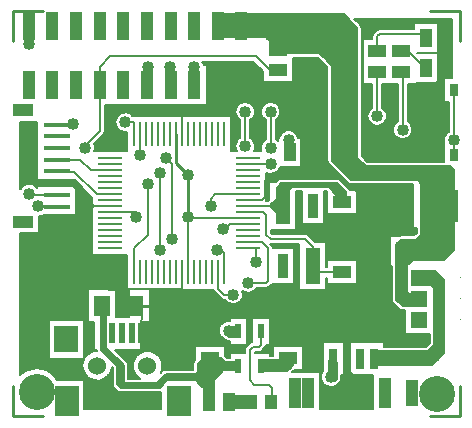
<source format=gbr>
%FSLAX23Y23*%
%MOIN*%
G04 EasyPC Gerber Version 13.0.2 Build 2807 *
%ADD105R,0.00100X0.00100*%
%ADD97R,0.00800X0.08000*%
%ADD112R,0.02000X0.05000*%
%ADD107R,0.02200X0.07000*%
%ADD96R,0.03000X0.07000*%
%ADD103R,0.03150X0.03937*%
%ADD99R,0.03500X0.08000*%
%ADD98R,0.08000X0.00800*%
%ADD101R,0.09000X0.01800*%
%ADD111R,0.04000X0.05000*%
%ADD90R,0.04000X0.06000*%
%ADD79R,0.06000X0.04000*%
%ADD114R,0.04000X0.09000*%
%ADD113R,0.04000X0.10000*%
%ADD91R,0.04300X0.09500*%
%ADD102R,0.07000X0.04000*%
%ADD100R,0.05000X0.12000*%
%ADD104R,0.05500X0.05500*%
%ADD108R,0.08000X0.09000*%
%ADD109R,0.08000X0.10000*%
%ADD75C,0.00500*%
%ADD95C,0.00800*%
%ADD116C,0.00900*%
%ADD92C,0.01000*%
%ADD73C,0.02500*%
%ADD115C,0.04000*%
%ADD110C,0.06000*%
%ADD76C,0.12000*%
%ADD106R,0.13000X0.11000*%
X0Y0D02*
D02*
D73*
X18336Y17548D02*
Y17499D01*
X18369Y17466*
X18384Y17465*
D02*
D75*
X17248Y17494D02*
X17260Y17504D01*
X17274Y17511*
X17289Y17515*
X17305Y17516*
X17321Y17514*
X17335Y17509*
X17349Y17501*
X17361Y17491*
X17370Y17478*
X17462*
Y17381*
X17718*
Y17438*
X17713Y17436*
X17583*
X17577Y17438*
X17572Y17441*
X17562Y17451*
X17558Y17456*
X17557Y17462*
Y17516*
X17553Y17520*
X17551Y17508*
X17546Y17498*
X17538Y17489*
X17529Y17482*
X17519Y17477*
X17507Y17475*
X17496Y17476*
X17485Y17479*
X17475Y17485*
X17466Y17493*
X17460Y17502*
X17456Y17513*
X17454Y17525*
X17456Y17537*
X17460Y17548*
X17343*
Y17677*
X17462*
Y17551*
X17470Y17560*
X17479Y17568*
X17491Y17572*
X17503Y17574*
X17503Y17576*
Y17577*
X17493*
Y17670*
X17474*
Y17779*
X17543*
Y17778*
X17567*
Y17686*
X17611*
Y17777*
X17604*
Y17893*
X17488*
Y18085*
X17430Y18144*
X17304*
Y18336*
X17248*
Y18113*
X17253Y18120*
X17261Y18126*
X17270Y18130*
X17279Y18130*
X17289Y18129*
X17297Y18124*
X17304Y18118*
Y18123*
X17433*
Y18027*
X17325*
X17319Y18024*
X17312Y18023*
Y17966*
X17248*
Y17494*
X17462Y17383D02*
X17718D01*
X17462Y17386D02*
X17718D01*
X17462Y17389D02*
X17718D01*
X17462Y17392D02*
X17718D01*
X17462Y17395D02*
X17718D01*
X17462Y17398D02*
X17718D01*
X17462Y17401D02*
X17718D01*
X17462Y17404D02*
X17718D01*
X17462Y17407D02*
X17718D01*
X17462Y17410D02*
X17718D01*
X17462Y17413D02*
X17718D01*
X17462Y17416D02*
X17718D01*
X17462Y17419D02*
X17718D01*
X17462Y17422D02*
X17718D01*
X17462Y17425D02*
X17718D01*
X17462Y17428D02*
X17718D01*
X17462Y17431D02*
X17718D01*
X17462Y17434D02*
X17718D01*
X17462Y17437D02*
X17579D01*
X17716D02*
X17718D01*
X17462Y17440D02*
X17573D01*
X17462Y17443D02*
X17570D01*
X17462Y17446D02*
X17567D01*
X17462Y17449D02*
X17564D01*
X17462Y17452D02*
X17561D01*
X17462Y17455D02*
X17559D01*
X17462Y17458D02*
X17558D01*
X17462Y17461D02*
X17557D01*
X17462Y17464D02*
X17557D01*
X17462Y17467D02*
X17557D01*
X17462Y17470D02*
X17557D01*
X17462Y17473D02*
X17557D01*
X17462Y17476D02*
X17495D01*
X17513D02*
X17557D01*
X17370Y17479D02*
X17485D01*
X17523D02*
X17557D01*
X17368Y17482D02*
X17479D01*
X17529D02*
X17557D01*
X17366Y17485D02*
X17474D01*
X17534D02*
X17557D01*
X17363Y17488D02*
X17471D01*
X17537D02*
X17557D01*
X17361Y17491D02*
X17468D01*
X17540D02*
X17557D01*
X17358Y17494D02*
X17465D01*
X17543D02*
X17557D01*
X17248Y17497D02*
X17251D01*
X17354D02*
X17463D01*
X17545D02*
X17557D01*
X17248Y17500D02*
X17255D01*
X17351D02*
X17461D01*
X17547D02*
X17557D01*
X17248Y17503D02*
X17259D01*
X17346D02*
X17459D01*
X17548D02*
X17557D01*
X17248Y17506D02*
X17264D01*
X17341D02*
X17458D01*
X17550D02*
X17557D01*
X17248Y17509D02*
X17270D01*
X17335D02*
X17457D01*
X17551D02*
X17557D01*
X17248Y17512D02*
X17277D01*
X17328D02*
X17456D01*
X17552D02*
X17557D01*
X17248Y17515D02*
X17289D01*
X17316D02*
X17455D01*
X17552D02*
X17557D01*
X17248Y17518D02*
X17455D01*
X17553D02*
X17555D01*
X17248Y17521D02*
X17455D01*
X17248Y17524D02*
X17454D01*
X17248Y17527D02*
X17454D01*
X17248Y17530D02*
X17455D01*
X17248Y17533D02*
X17455D01*
X17248Y17536D02*
X17456D01*
X17248Y17539D02*
X17457D01*
X17248Y17542D02*
X17458D01*
X17248Y17545D02*
X17459D01*
X17248Y17548D02*
X17343D01*
X17248Y17551D02*
X17343D01*
X17462D02*
X17462D01*
X17248Y17554D02*
X17343D01*
X17462D02*
X17464D01*
X17248Y17557D02*
X17343D01*
X17462D02*
X17466D01*
X17248Y17560D02*
X17343D01*
X17462D02*
X17469D01*
X17248Y17563D02*
X17343D01*
X17462D02*
X17473D01*
X17248Y17566D02*
X17343D01*
X17462D02*
X17477D01*
X17248Y17569D02*
X17343D01*
X17462D02*
X17482D01*
X17248Y17572D02*
X17343D01*
X17462D02*
X17489D01*
X17248Y17575D02*
X17343D01*
X17462D02*
X17503D01*
X17248Y17578D02*
X17343D01*
X17462D02*
X17493D01*
X17248Y17581D02*
X17343D01*
X17462D02*
X17493D01*
X17248Y17584D02*
X17343D01*
X17462D02*
X17493D01*
X17248Y17587D02*
X17343D01*
X17462D02*
X17493D01*
X17248Y17590D02*
X17343D01*
X17462D02*
X17493D01*
X17248Y17593D02*
X17343D01*
X17462D02*
X17493D01*
X17248Y17596D02*
X17343D01*
X17462D02*
X17493D01*
X17248Y17599D02*
X17343D01*
X17462D02*
X17493D01*
X17248Y17602D02*
X17343D01*
X17462D02*
X17493D01*
X17248Y17605D02*
X17343D01*
X17462D02*
X17493D01*
X17248Y17608D02*
X17343D01*
X17462D02*
X17493D01*
X17248Y17611D02*
X17343D01*
X17462D02*
X17493D01*
X17248Y17614D02*
X17343D01*
X17462D02*
X17493D01*
X17248Y17617D02*
X17343D01*
X17462D02*
X17493D01*
X17248Y17620D02*
X17343D01*
X17462D02*
X17493D01*
X17248Y17623D02*
X17343D01*
X17462D02*
X17493D01*
X17248Y17626D02*
X17343D01*
X17462D02*
X17493D01*
X17248Y17629D02*
X17343D01*
X17462D02*
X17493D01*
X17248Y17632D02*
X17343D01*
X17462D02*
X17493D01*
X17248Y17635D02*
X17343D01*
X17462D02*
X17493D01*
X17248Y17638D02*
X17343D01*
X17462D02*
X17493D01*
X17248Y17641D02*
X17343D01*
X17462D02*
X17493D01*
X17248Y17644D02*
X17343D01*
X17462D02*
X17493D01*
X17248Y17647D02*
X17343D01*
X17462D02*
X17493D01*
X17248Y17650D02*
X17343D01*
X17462D02*
X17493D01*
X17248Y17653D02*
X17343D01*
X17462D02*
X17493D01*
X17248Y17656D02*
X17343D01*
X17462D02*
X17493D01*
X17248Y17659D02*
X17343D01*
X17462D02*
X17493D01*
X17248Y17662D02*
X17343D01*
X17462D02*
X17493D01*
X17248Y17665D02*
X17343D01*
X17462D02*
X17493D01*
X17248Y17668D02*
X17343D01*
X17462D02*
X17493D01*
X17248Y17671D02*
X17343D01*
X17462D02*
X17474D01*
X17248Y17674D02*
X17343D01*
X17462D02*
X17474D01*
X17248Y17677D02*
X17474D01*
X17248Y17680D02*
X17474D01*
X17248Y17683D02*
X17474D01*
X17248Y17686D02*
X17474D01*
X17248Y17689D02*
X17474D01*
X17567D02*
X17611D01*
X17248Y17692D02*
X17474D01*
X17567D02*
X17611D01*
X17248Y17695D02*
X17474D01*
X17567D02*
X17611D01*
X17248Y17698D02*
X17474D01*
X17567D02*
X17611D01*
X17248Y17701D02*
X17474D01*
X17567D02*
X17611D01*
X17248Y17704D02*
X17474D01*
X17567D02*
X17611D01*
X17248Y17707D02*
X17474D01*
X17567D02*
X17611D01*
X17248Y17710D02*
X17474D01*
X17567D02*
X17611D01*
X17248Y17713D02*
X17474D01*
X17567D02*
X17611D01*
X17248Y17716D02*
X17474D01*
X17567D02*
X17611D01*
X17248Y17719D02*
X17474D01*
X17567D02*
X17611D01*
X17248Y17722D02*
X17474D01*
X17567D02*
X17611D01*
X17248Y17725D02*
X17474D01*
X17567D02*
X17611D01*
X17248Y17728D02*
X17474D01*
X17567D02*
X17611D01*
X17248Y17731D02*
X17474D01*
X17567D02*
X17611D01*
X17248Y17734D02*
X17474D01*
X17567D02*
X17611D01*
X17248Y17737D02*
X17474D01*
X17567D02*
X17611D01*
X17248Y17740D02*
X17474D01*
X17567D02*
X17611D01*
X17248Y17743D02*
X17474D01*
X17567D02*
X17611D01*
X17248Y17746D02*
X17474D01*
X17567D02*
X17611D01*
X17248Y17749D02*
X17474D01*
X17567D02*
X17611D01*
X17248Y17752D02*
X17474D01*
X17567D02*
X17611D01*
X17248Y17755D02*
X17474D01*
X17567D02*
X17611D01*
X17248Y17758D02*
X17474D01*
X17567D02*
X17611D01*
X17248Y17761D02*
X17474D01*
X17567D02*
X17611D01*
X17248Y17764D02*
X17474D01*
X17567D02*
X17611D01*
X17248Y17767D02*
X17474D01*
X17567D02*
X17611D01*
X17248Y17770D02*
X17474D01*
X17567D02*
X17611D01*
X17248Y17773D02*
X17474D01*
X17567D02*
X17611D01*
X17248Y17776D02*
X17474D01*
X17567D02*
X17611D01*
X17248Y17779D02*
X17604D01*
X17248Y17782D02*
X17604D01*
X17248Y17785D02*
X17604D01*
X17248Y17788D02*
X17604D01*
X17248Y17791D02*
X17604D01*
X17248Y17794D02*
X17604D01*
X17248Y17797D02*
X17604D01*
X17248Y17800D02*
X17604D01*
X17248Y17803D02*
X17604D01*
X17248Y17806D02*
X17604D01*
X17248Y17809D02*
X17604D01*
X17248Y17812D02*
X17604D01*
X17248Y17815D02*
X17604D01*
X17248Y17818D02*
X17604D01*
X17248Y17821D02*
X17604D01*
X17248Y17824D02*
X17604D01*
X17248Y17827D02*
X17604D01*
X17248Y17830D02*
X17604D01*
X17248Y17833D02*
X17604D01*
X17248Y17836D02*
X17604D01*
X17248Y17839D02*
X17604D01*
X17248Y17842D02*
X17604D01*
X17248Y17845D02*
X17604D01*
X17248Y17848D02*
X17604D01*
X17248Y17851D02*
X17604D01*
X17248Y17854D02*
X17604D01*
X17248Y17857D02*
X17604D01*
X17248Y17860D02*
X17604D01*
X17248Y17863D02*
X17604D01*
X17248Y17866D02*
X17604D01*
X17248Y17869D02*
X17604D01*
X17248Y17872D02*
X17604D01*
X17248Y17875D02*
X17604D01*
X17248Y17878D02*
X17604D01*
X17248Y17881D02*
X17604D01*
X17248Y17884D02*
X17604D01*
X17248Y17887D02*
X17604D01*
X17248Y17890D02*
X17604D01*
X17248Y17893D02*
X17604D01*
X17248Y17896D02*
X17488D01*
X17248Y17899D02*
X17488D01*
X17248Y17902D02*
X17488D01*
X17248Y17905D02*
X17488D01*
X17248Y17908D02*
X17488D01*
X17248Y17911D02*
X17488D01*
X17248Y17914D02*
X17488D01*
X17248Y17917D02*
X17488D01*
X17248Y17920D02*
X17488D01*
X17248Y17923D02*
X17488D01*
X17248Y17926D02*
X17488D01*
X17248Y17929D02*
X17488D01*
X17248Y17932D02*
X17488D01*
X17248Y17935D02*
X17488D01*
X17248Y17938D02*
X17488D01*
X17248Y17941D02*
X17488D01*
X17248Y17944D02*
X17488D01*
X17248Y17947D02*
X17488D01*
X17248Y17950D02*
X17488D01*
X17248Y17953D02*
X17488D01*
X17248Y17956D02*
X17488D01*
X17248Y17959D02*
X17488D01*
X17248Y17962D02*
X17488D01*
X17248Y17965D02*
X17488D01*
X17312Y17968D02*
X17488D01*
X17312Y17971D02*
X17488D01*
X17312Y17974D02*
X17488D01*
X17312Y17977D02*
X17488D01*
X17312Y17980D02*
X17488D01*
X17312Y17983D02*
X17488D01*
X17312Y17986D02*
X17488D01*
X17312Y17989D02*
X17488D01*
X17312Y17992D02*
X17488D01*
X17312Y17995D02*
X17488D01*
X17312Y17998D02*
X17488D01*
X17312Y18001D02*
X17488D01*
X17312Y18004D02*
X17488D01*
X17312Y18007D02*
X17488D01*
X17312Y18010D02*
X17488D01*
X17312Y18013D02*
X17488D01*
X17312Y18016D02*
X17488D01*
X17312Y18019D02*
X17488D01*
X17312Y18022D02*
X17488D01*
X17320Y18025D02*
X17488D01*
X17433Y18028D02*
X17488D01*
X17433Y18031D02*
X17488D01*
X17433Y18034D02*
X17488D01*
X17433Y18037D02*
X17488D01*
X17433Y18040D02*
X17488D01*
X17433Y18043D02*
X17488D01*
X17433Y18046D02*
X17488D01*
X17433Y18049D02*
X17488D01*
X17433Y18052D02*
X17488D01*
X17433Y18055D02*
X17488D01*
X17433Y18058D02*
X17488D01*
X17433Y18061D02*
X17488D01*
X17433Y18064D02*
X17488D01*
X17433Y18067D02*
X17488D01*
X17433Y18070D02*
X17488D01*
X17433Y18073D02*
X17488D01*
X17433Y18076D02*
X17488D01*
X17433Y18079D02*
X17488D01*
X17433Y18082D02*
X17488D01*
X17433Y18085D02*
X17488D01*
X17433Y18088D02*
X17486D01*
X17433Y18091D02*
X17483D01*
X17433Y18094D02*
X17480D01*
X17433Y18097D02*
X17477D01*
X17433Y18100D02*
X17474D01*
X17433Y18103D02*
X17471D01*
X17433Y18106D02*
X17468D01*
X17433Y18109D02*
X17465D01*
X17433Y18112D02*
X17462D01*
X17248Y18115D02*
X17249D01*
X17433D02*
X17459D01*
X17248Y18118D02*
X17251D01*
X17433D02*
X17456D01*
X17248Y18121D02*
X17254D01*
X17301D02*
X17304D01*
X17433D02*
X17453D01*
X17248Y18124D02*
X17257D01*
X17298D02*
X17450D01*
X17248Y18127D02*
X17262D01*
X17293D02*
X17447D01*
X17248Y18130D02*
X17271D01*
X17284D02*
X17444D01*
X17248Y18133D02*
X17441D01*
X17248Y18136D02*
X17438D01*
X17248Y18139D02*
X17435D01*
X17248Y18142D02*
X17432D01*
X17248Y18145D02*
X17304D01*
X17248Y18148D02*
X17304D01*
X17248Y18151D02*
X17304D01*
X17248Y18154D02*
X17304D01*
X17248Y18157D02*
X17304D01*
X17248Y18160D02*
X17304D01*
X17248Y18163D02*
X17304D01*
X17248Y18166D02*
X17304D01*
X17248Y18169D02*
X17304D01*
X17248Y18172D02*
X17304D01*
X17248Y18175D02*
X17304D01*
X17248Y18178D02*
X17304D01*
X17248Y18181D02*
X17304D01*
X17248Y18184D02*
X17304D01*
X17248Y18187D02*
X17304D01*
X17248Y18190D02*
X17304D01*
X17248Y18193D02*
X17304D01*
X17248Y18196D02*
X17304D01*
X17248Y18199D02*
X17304D01*
X17248Y18202D02*
X17304D01*
X17248Y18205D02*
X17304D01*
X17248Y18208D02*
X17304D01*
X17248Y18211D02*
X17304D01*
X17248Y18214D02*
X17304D01*
X17248Y18217D02*
X17304D01*
X17248Y18220D02*
X17304D01*
X17248Y18223D02*
X17304D01*
X17248Y18226D02*
X17304D01*
X17248Y18229D02*
X17304D01*
X17248Y18232D02*
X17304D01*
X17248Y18235D02*
X17304D01*
X17248Y18238D02*
X17304D01*
X17248Y18241D02*
X17304D01*
X17248Y18244D02*
X17304D01*
X17248Y18247D02*
X17304D01*
X17248Y18250D02*
X17304D01*
X17248Y18253D02*
X17304D01*
X17248Y18256D02*
X17304D01*
X17248Y18259D02*
X17304D01*
X17248Y18262D02*
X17304D01*
X17248Y18265D02*
X17304D01*
X17248Y18268D02*
X17304D01*
X17248Y18271D02*
X17304D01*
X17248Y18274D02*
X17304D01*
X17248Y18277D02*
X17304D01*
X17248Y18280D02*
X17304D01*
X17248Y18283D02*
X17304D01*
X17248Y18286D02*
X17304D01*
X17248Y18289D02*
X17304D01*
X17248Y18292D02*
X17304D01*
X17248Y18295D02*
X17304D01*
X17248Y18298D02*
X17304D01*
X17248Y18301D02*
X17304D01*
X17248Y18304D02*
X17304D01*
X17248Y18307D02*
X17304D01*
X17248Y18310D02*
X17304D01*
X17248Y18313D02*
X17304D01*
X17248Y18316D02*
X17304D01*
X17248Y18319D02*
X17304D01*
X17248Y18322D02*
X17304D01*
X17248Y18325D02*
X17304D01*
X17248Y18328D02*
X17304D01*
X17248Y18331D02*
X17304D01*
X17248Y18334D02*
X17304D01*
X17494Y18265D02*
X17496Y18257D01*
X17497Y18248*
X17495Y18240*
X17604*
Y18305*
X17595Y18304*
X17585Y18306*
X17577Y18311*
X17571Y18318*
X17567Y18327*
X17565Y18336*
X17566Y18345*
X17570Y18354*
X17576Y18361*
X17583Y18366*
X17592Y18368*
X17601Y18369*
X17609Y18367*
X17617Y18362*
X17624Y18356*
X17951*
Y18240*
X17970*
X17966Y18248*
X17965Y18256*
X17966Y18265*
X17969Y18272*
X17974Y18279*
X17981Y18284*
Y18343*
X17974Y18349*
X17969Y18355*
X17966Y18363*
X17965Y18371*
X17966Y18381*
X17970Y18389*
X17976Y18396*
X17984Y18401*
X17993Y18404*
X18002*
X18011Y18401*
X18019Y18396*
X18025Y18389*
X18029Y18381*
X18030Y18371*
X18029Y18363*
X18026Y18355*
X18021Y18349*
X18014Y18343*
Y18284*
X18021Y18279*
X18026Y18272*
X18029Y18265*
X18030Y18256*
X18029Y18248*
X18026Y18240*
X18052*
X18050Y18249*
X18051Y18258*
X18054Y18266*
X18059Y18274*
X18066Y18279*
Y18343*
X18059Y18349*
X18054Y18355*
X18051Y18363*
X18050Y18371*
X18051Y18381*
X18055Y18389*
X18061Y18396*
X18069Y18401*
X18078Y18404*
X18087*
X18096Y18401*
X18104Y18396*
X18110Y18389*
X18114Y18381*
X18115Y18371*
X18114Y18363*
X18111Y18355*
X18106Y18349*
X18099Y18343*
Y18279*
X18106Y18274*
Y18285*
X18111*
X18115Y18294*
X18121Y18301*
X18129Y18306*
X18138Y18309*
X18147*
X18156Y18306*
X18164Y18301*
X18170Y18294*
X18174Y18285*
X18185*
Y18186*
X18114*
X18109Y18178*
X18103Y18171*
X18095Y18166*
X18085Y18164*
X18076Y18165*
X18067Y18168*
Y18073*
X18074*
X18078Y18077*
Y18136*
X18100*
X18108Y18144*
X18113Y18147*
X18118Y18148*
X18303*
X18309Y18147*
X18314Y18144*
X18344Y18114*
X18346Y18110*
X18369*
Y18031*
X18270*
Y18105*
X18269Y18106*
X18260*
Y17997*
X18186*
Y18106*
X18167*
Y17977*
X18084*
Y17968*
X18089Y17963*
X18198*
X18204Y17962*
X18209Y17958*
X18231Y17936*
X18267*
Y17855*
X18270*
Y17877*
X18369*
Y17798*
X18270*
Y17818*
X18267*
Y17777*
X18178*
Y17930*
X18083*
X18082*
X18084Y17928*
X18088Y17923*
X18089Y17916*
Y17916*
X18160*
Y17797*
X18086*
X18084Y17795*
X18079Y17790*
X18074Y17786*
X18068Y17785*
X18037*
X18032Y17777*
X18024Y17772*
X18015Y17768*
X18006Y17767*
X17996Y17769*
X17988Y17774*
X17990Y17764*
X17989Y17755*
X17986Y17746*
X17980Y17738*
X17972Y17732*
X17963Y17729*
X17953Y17729*
X17944Y17732*
X17936Y17737*
X17930Y17745*
X17928*
X17921Y17746*
X17916Y17750*
X17896Y17770*
X17893Y17773*
X17892Y17777*
X17680*
Y17670*
X17650*
Y17577*
X17563*
X17603Y17537*
X17606Y17532*
X17608Y17526*
Y17481*
X17648*
X17640Y17488*
X17633Y17495*
X17627Y17504*
X17624Y17514*
X17623Y17525*
X17624Y17536*
X17629Y17548*
X17635Y17557*
X17644Y17565*
X17655Y17571*
X17666Y17574*
X17678*
X17690Y17571*
X17701Y17565*
X17709Y17557*
X17716Y17548*
X17720Y17536*
X17722Y17525*
X17720Y17512*
X17716Y17501*
X17722Y17507*
X17727Y17510*
X17733Y17511*
X17825*
Y17531*
X17826Y17537*
X17829Y17542*
X17832Y17545*
Y17589*
X17931*
Y17556*
X17936Y17551*
X17946*
Y17568*
X17996*
Y17576*
X17997Y17583*
X18001Y17588*
X18011Y17598*
X18015Y17601*
X18021Y17603*
Y17683*
X18080*
Y17594*
X18067*
Y17594*
X18065Y17588*
X18062Y17582*
X18054Y17575*
X18049Y17571*
X18042Y17570*
X18029*
X18029Y17570*
Y17568*
X18080*
Y17558*
X18092*
Y17589*
X18191*
Y17510*
X18162*
X18155Y17503*
X18247*
Y17381*
X18423*
Y17494*
X18347*
Y17603*
X18461*
Y17587*
X18600*
X18613Y17599*
Y17630*
X18531*
Y17709*
X18523*
X18517Y17710*
X18512Y17713*
X18491Y17735*
X18488Y17740*
X18487Y17745*
Y17858*
X18480*
Y17957*
X18509*
X18513Y17958*
X18517Y17959*
X18562*
X18570Y17967*
Y17982*
X18558*
Y18130*
X18351*
X18345Y18131*
X18340Y18134*
X18276Y18198*
X18273Y18203*
X18272Y18208*
Y18262*
X18269Y18271*
Y18282*
X18272Y18291*
Y18519*
X18240Y18551*
X18156*
Y18470*
X18057*
Y18506*
X18025Y18538*
X17855*
X17858Y18533*
X17860Y18527*
X17869*
Y18393*
X17529*
Y18306*
X17528Y18300*
X17524Y18295*
X17494Y18265*
X17934Y17610D02*
X17926Y17613D01*
X17920Y17619*
X17914Y17625*
X17911Y17633*
X17910Y17641*
X17911Y17650*
X17915Y17659*
X17921Y17665*
X17928Y17671*
X17937Y17673*
X17946Y17674*
Y17683*
X18005*
Y17594*
X17946*
Y17606*
X17944*
X17939Y17607*
X17934Y17610*
X18257Y17506D02*
Y17603D01*
X18326*
Y17494*
X18318*
Y17480*
X18316Y17475*
X18313Y17470*
X18306Y17462*
X18303Y17460*
X18299Y17458*
X18290Y17455*
X18280Y17454*
X18271Y17456*
X18262Y17461*
X18256Y17468*
X18252Y17477*
X18250Y17486*
X18251Y17493*
X18253Y17500*
X18257Y17506*
X18247Y17383D02*
X18423D01*
X18247Y17386D02*
X18423D01*
X18247Y17389D02*
X18423D01*
X18247Y17392D02*
X18423D01*
X18247Y17395D02*
X18423D01*
X18247Y17398D02*
X18423D01*
X18247Y17401D02*
X18423D01*
X18247Y17404D02*
X18423D01*
X18247Y17407D02*
X18423D01*
X18247Y17410D02*
X18423D01*
X18247Y17413D02*
X18423D01*
X18247Y17416D02*
X18423D01*
X18247Y17419D02*
X18423D01*
X18247Y17422D02*
X18423D01*
X18247Y17425D02*
X18423D01*
X18247Y17428D02*
X18423D01*
X18247Y17431D02*
X18423D01*
X18247Y17434D02*
X18423D01*
X18247Y17437D02*
X18423D01*
X18247Y17440D02*
X18423D01*
X18247Y17443D02*
X18423D01*
X18247Y17446D02*
X18423D01*
X18247Y17449D02*
X18423D01*
X18247Y17452D02*
X18423D01*
X18247Y17455D02*
X18276D01*
X18289D02*
X18423D01*
X18247Y17458D02*
X18268D01*
X18298D02*
X18423D01*
X18247Y17461D02*
X18263D01*
X18304D02*
X18423D01*
X18247Y17464D02*
X18260D01*
X18307D02*
X18423D01*
X18247Y17467D02*
X18257D01*
X18310D02*
X18423D01*
X18247Y17470D02*
X18255D01*
X18313D02*
X18423D01*
X18247Y17473D02*
X18253D01*
X18315D02*
X18423D01*
X18247Y17476D02*
X18252D01*
X18317D02*
X18423D01*
X18247Y17479D02*
X18251D01*
X18318D02*
X18423D01*
X17608Y17482D02*
X17648D01*
X18247D02*
X18250D01*
X18318D02*
X18423D01*
X17608Y17485D02*
X17643D01*
X18247D02*
X18250D01*
X18318D02*
X18423D01*
X17608Y17488D02*
X17640D01*
X18247D02*
X18250D01*
X18318D02*
X18423D01*
X17608Y17491D02*
X17636D01*
X18247D02*
X18250D01*
X18318D02*
X18423D01*
X17608Y17494D02*
X17634D01*
X18247D02*
X18251D01*
X18326D02*
X18347D01*
X17608Y17497D02*
X17632D01*
X18247D02*
X18252D01*
X18326D02*
X18347D01*
X17608Y17500D02*
X17630D01*
X18247D02*
X18253D01*
X18326D02*
X18347D01*
X17608Y17503D02*
X17628D01*
X17717D02*
X17718D01*
X18247D02*
X18254D01*
X18326D02*
X18347D01*
X17608Y17506D02*
X17627D01*
X17718D02*
X17721D01*
X18157D02*
X18256D01*
X18326D02*
X18347D01*
X17608Y17509D02*
X17626D01*
X17719D02*
X17724D01*
X18160D02*
X18257D01*
X18326D02*
X18347D01*
X17608Y17512D02*
X17625D01*
X17720D02*
X17825D01*
X18191D02*
X18257D01*
X18326D02*
X18347D01*
X17608Y17515D02*
X17624D01*
X17721D02*
X17825D01*
X18191D02*
X18257D01*
X18326D02*
X18347D01*
X17608Y17518D02*
X17623D01*
X17721D02*
X17825D01*
X18191D02*
X18257D01*
X18326D02*
X18347D01*
X17608Y17521D02*
X17623D01*
X17722D02*
X17825D01*
X18191D02*
X18257D01*
X18326D02*
X18347D01*
X17608Y17524D02*
X17623D01*
X17722D02*
X17825D01*
X18191D02*
X18257D01*
X18326D02*
X18347D01*
X17608Y17527D02*
X17623D01*
X17722D02*
X17825D01*
X18191D02*
X18257D01*
X18326D02*
X18347D01*
X17607Y17530D02*
X17623D01*
X17722D02*
X17825D01*
X18191D02*
X18257D01*
X18326D02*
X18347D01*
X17606Y17533D02*
X17624D01*
X17721D02*
X17825D01*
X18191D02*
X18257D01*
X18326D02*
X18347D01*
X17605Y17536D02*
X17624D01*
X17721D02*
X17826D01*
X18191D02*
X18257D01*
X18326D02*
X18347D01*
X17602Y17539D02*
X17625D01*
X17720D02*
X17827D01*
X18191D02*
X18257D01*
X18326D02*
X18347D01*
X17599Y17542D02*
X17626D01*
X17719D02*
X17829D01*
X18191D02*
X18257D01*
X18326D02*
X18347D01*
X17596Y17545D02*
X17627D01*
X17718D02*
X17832D01*
X18191D02*
X18257D01*
X18326D02*
X18347D01*
X17593Y17548D02*
X17629D01*
X17716D02*
X17832D01*
X18191D02*
X18257D01*
X18326D02*
X18347D01*
X17590Y17551D02*
X17630D01*
X17715D02*
X17832D01*
X18191D02*
X18257D01*
X18326D02*
X18347D01*
X17587Y17554D02*
X17632D01*
X17713D02*
X17832D01*
X17934D02*
X17946D01*
X18191D02*
X18257D01*
X18326D02*
X18347D01*
X17584Y17557D02*
X17635D01*
X17710D02*
X17832D01*
X17931D02*
X17946D01*
X18191D02*
X18257D01*
X18326D02*
X18347D01*
X17581Y17560D02*
X17637D01*
X17707D02*
X17832D01*
X17931D02*
X17946D01*
X18080D02*
X18092D01*
X18191D02*
X18257D01*
X18326D02*
X18347D01*
X17578Y17563D02*
X17641D01*
X17704D02*
X17832D01*
X17931D02*
X17946D01*
X18080D02*
X18092D01*
X18191D02*
X18257D01*
X18326D02*
X18347D01*
X17575Y17566D02*
X17645D01*
X17700D02*
X17832D01*
X17931D02*
X17946D01*
X18080D02*
X18092D01*
X18191D02*
X18257D01*
X18326D02*
X18347D01*
X17572Y17569D02*
X17650D01*
X17695D02*
X17832D01*
X17931D02*
X17996D01*
X18029D02*
X18092D01*
X18191D02*
X18257D01*
X18326D02*
X18347D01*
X17569Y17572D02*
X17657D01*
X17688D02*
X17832D01*
X17931D02*
X17996D01*
X18050D02*
X18092D01*
X18191D02*
X18257D01*
X18326D02*
X18347D01*
X17566Y17575D02*
X17832D01*
X17931D02*
X17996D01*
X18054D02*
X18092D01*
X18191D02*
X18257D01*
X18326D02*
X18347D01*
X17650Y17578D02*
X17832D01*
X17931D02*
X17996D01*
X18057D02*
X18092D01*
X18191D02*
X18257D01*
X18326D02*
X18347D01*
X17650Y17581D02*
X17832D01*
X17931D02*
X17997D01*
X18060D02*
X18092D01*
X18191D02*
X18257D01*
X18326D02*
X18347D01*
X17650Y17584D02*
X17832D01*
X17931D02*
X17998D01*
X18063D02*
X18092D01*
X18191D02*
X18257D01*
X18326D02*
X18347D01*
X17650Y17587D02*
X17832D01*
X17931D02*
X18000D01*
X18065D02*
X18092D01*
X18191D02*
X18257D01*
X18326D02*
X18347D01*
X17650Y17590D02*
X18002D01*
X18066D02*
X18257D01*
X18326D02*
X18347D01*
X18461D02*
X18603D01*
X17650Y17593D02*
X18005D01*
X18067D02*
X18257D01*
X18326D02*
X18347D01*
X18461D02*
X18606D01*
X17650Y17596D02*
X17946D01*
X18005D02*
X18008D01*
X18080D02*
X18257D01*
X18326D02*
X18347D01*
X18461D02*
X18609D01*
X17650Y17599D02*
X17946D01*
X18005D02*
X18011D01*
X18080D02*
X18257D01*
X18326D02*
X18347D01*
X18461D02*
X18612D01*
X17650Y17602D02*
X17946D01*
X18005D02*
X18016D01*
X18080D02*
X18257D01*
X18326D02*
X18347D01*
X18461D02*
X18613D01*
X17650Y17605D02*
X17946D01*
X18005D02*
X18021D01*
X18080D02*
X18613D01*
X17650Y17608D02*
X17938D01*
X18005D02*
X18021D01*
X18080D02*
X18613D01*
X17650Y17611D02*
X17933D01*
X18005D02*
X18021D01*
X18080D02*
X18613D01*
X17650Y17614D02*
X17926D01*
X18005D02*
X18021D01*
X18080D02*
X18613D01*
X17650Y17617D02*
X17922D01*
X18005D02*
X18021D01*
X18080D02*
X18613D01*
X17650Y17620D02*
X17919D01*
X18005D02*
X18021D01*
X18080D02*
X18613D01*
X17650Y17623D02*
X17916D01*
X18005D02*
X18021D01*
X18080D02*
X18613D01*
X17650Y17626D02*
X17914D01*
X18005D02*
X18021D01*
X18080D02*
X18613D01*
X17650Y17629D02*
X17913D01*
X18005D02*
X18021D01*
X18080D02*
X18613D01*
X17650Y17632D02*
X17912D01*
X18005D02*
X18021D01*
X18080D02*
X18531D01*
X17650Y17635D02*
X17911D01*
X18005D02*
X18021D01*
X18080D02*
X18531D01*
X17650Y17638D02*
X17910D01*
X18005D02*
X18021D01*
X18080D02*
X18531D01*
X17650Y17641D02*
X17910D01*
X18005D02*
X18021D01*
X18080D02*
X18531D01*
X17650Y17644D02*
X17910D01*
X18005D02*
X18021D01*
X18080D02*
X18531D01*
X17650Y17647D02*
X17911D01*
X18005D02*
X18021D01*
X18080D02*
X18531D01*
X17650Y17650D02*
X17911D01*
X18005D02*
X18021D01*
X18080D02*
X18531D01*
X17650Y17653D02*
X17912D01*
X18005D02*
X18021D01*
X18080D02*
X18531D01*
X17650Y17656D02*
X17913D01*
X18005D02*
X18021D01*
X18080D02*
X18531D01*
X17650Y17659D02*
X17915D01*
X18005D02*
X18021D01*
X18080D02*
X18531D01*
X17650Y17662D02*
X17917D01*
X18005D02*
X18021D01*
X18080D02*
X18531D01*
X17650Y17665D02*
X17920D01*
X18005D02*
X18021D01*
X18080D02*
X18531D01*
X17650Y17668D02*
X17923D01*
X18005D02*
X18021D01*
X18080D02*
X18531D01*
X17680Y17671D02*
X17928D01*
X18005D02*
X18021D01*
X18080D02*
X18531D01*
X17680Y17674D02*
X17938D01*
X18005D02*
X18021D01*
X18080D02*
X18531D01*
X17680Y17677D02*
X17946D01*
X18005D02*
X18021D01*
X18080D02*
X18531D01*
X17680Y17680D02*
X17946D01*
X18005D02*
X18021D01*
X18080D02*
X18531D01*
X17680Y17683D02*
X17946D01*
X18005D02*
X18021D01*
X18080D02*
X18531D01*
X17680Y17686D02*
X18531D01*
X17680Y17689D02*
X18531D01*
X17680Y17692D02*
X18531D01*
X17680Y17695D02*
X18531D01*
X17680Y17698D02*
X18531D01*
X17680Y17701D02*
X18531D01*
X17680Y17704D02*
X18531D01*
X17680Y17707D02*
X18531D01*
X17680Y17710D02*
X18519D01*
X17680Y17713D02*
X18513D01*
X17680Y17716D02*
X18510D01*
X17680Y17719D02*
X18507D01*
X17680Y17722D02*
X18504D01*
X17680Y17725D02*
X18501D01*
X17680Y17728D02*
X18498D01*
X17680Y17731D02*
X17948D01*
X17968D02*
X18495D01*
X17680Y17734D02*
X17941D01*
X17974D02*
X18492D01*
X17680Y17737D02*
X17937D01*
X17979D02*
X18489D01*
X17680Y17740D02*
X17934D01*
X17982D02*
X18488D01*
X17680Y17743D02*
X17931D01*
X17984D02*
X18487D01*
X17680Y17746D02*
X17923D01*
X17986D02*
X18487D01*
X17680Y17749D02*
X17917D01*
X17987D02*
X18487D01*
X17680Y17752D02*
X17914D01*
X17989D02*
X18487D01*
X17680Y17755D02*
X17911D01*
X17989D02*
X18487D01*
X17680Y17758D02*
X17908D01*
X17990D02*
X18487D01*
X17680Y17761D02*
X17905D01*
X17990D02*
X18487D01*
X17680Y17764D02*
X17902D01*
X17990D02*
X18487D01*
X17680Y17767D02*
X17899D01*
X17990D02*
X18487D01*
X17680Y17770D02*
X17896D01*
X17989D02*
X17996D01*
X18020D02*
X18487D01*
X17680Y17773D02*
X17894D01*
X17988D02*
X17990D01*
X18026D02*
X18487D01*
X17680Y17776D02*
X17892D01*
X18030D02*
X18487D01*
X18033Y17779D02*
X18178D01*
X18267D02*
X18487D01*
X18035Y17782D02*
X18178D01*
X18267D02*
X18487D01*
X18037Y17785D02*
X18178D01*
X18267D02*
X18487D01*
X18077Y17788D02*
X18178D01*
X18267D02*
X18487D01*
X18080Y17791D02*
X18178D01*
X18267D02*
X18487D01*
X18083Y17794D02*
X18178D01*
X18267D02*
X18487D01*
X18086Y17797D02*
X18178D01*
X18267D02*
X18487D01*
X18160Y17800D02*
X18178D01*
X18267D02*
X18270D01*
X18369D02*
X18487D01*
X18160Y17803D02*
X18178D01*
X18267D02*
X18270D01*
X18369D02*
X18487D01*
X18160Y17806D02*
X18178D01*
X18267D02*
X18270D01*
X18369D02*
X18487D01*
X18160Y17809D02*
X18178D01*
X18267D02*
X18270D01*
X18369D02*
X18487D01*
X18160Y17812D02*
X18178D01*
X18267D02*
X18270D01*
X18369D02*
X18487D01*
X18160Y17815D02*
X18178D01*
X18267D02*
X18270D01*
X18369D02*
X18487D01*
X18160Y17818D02*
X18178D01*
X18267D02*
X18270D01*
X18369D02*
X18487D01*
X18160Y17821D02*
X18178D01*
X18369D02*
X18487D01*
X18160Y17824D02*
X18178D01*
X18369D02*
X18487D01*
X18160Y17827D02*
X18178D01*
X18369D02*
X18487D01*
X18160Y17830D02*
X18178D01*
X18369D02*
X18487D01*
X18160Y17833D02*
X18178D01*
X18369D02*
X18487D01*
X18160Y17836D02*
X18178D01*
X18369D02*
X18487D01*
X18160Y17839D02*
X18178D01*
X18369D02*
X18487D01*
X18160Y17842D02*
X18178D01*
X18369D02*
X18487D01*
X18160Y17845D02*
X18178D01*
X18369D02*
X18487D01*
X18160Y17848D02*
X18178D01*
X18369D02*
X18487D01*
X18160Y17851D02*
X18178D01*
X18369D02*
X18487D01*
X18160Y17854D02*
X18178D01*
X18369D02*
X18487D01*
X18160Y17857D02*
X18178D01*
X18267D02*
X18270D01*
X18369D02*
X18487D01*
X18160Y17860D02*
X18178D01*
X18267D02*
X18270D01*
X18369D02*
X18480D01*
X18160Y17863D02*
X18178D01*
X18267D02*
X18270D01*
X18369D02*
X18480D01*
X18160Y17866D02*
X18178D01*
X18267D02*
X18270D01*
X18369D02*
X18480D01*
X18160Y17869D02*
X18178D01*
X18267D02*
X18270D01*
X18369D02*
X18480D01*
X18160Y17872D02*
X18178D01*
X18267D02*
X18270D01*
X18369D02*
X18480D01*
X18160Y17875D02*
X18178D01*
X18267D02*
X18270D01*
X18369D02*
X18480D01*
X18160Y17878D02*
X18178D01*
X18267D02*
X18480D01*
X18160Y17881D02*
X18178D01*
X18267D02*
X18480D01*
X18160Y17884D02*
X18178D01*
X18267D02*
X18480D01*
X18160Y17887D02*
X18178D01*
X18267D02*
X18480D01*
X18160Y17890D02*
X18178D01*
X18267D02*
X18480D01*
X18160Y17893D02*
X18178D01*
X18267D02*
X18480D01*
X18160Y17896D02*
X18178D01*
X18267D02*
X18480D01*
X18160Y17899D02*
X18178D01*
X18267D02*
X18480D01*
X18160Y17902D02*
X18178D01*
X18267D02*
X18480D01*
X18160Y17905D02*
X18178D01*
X18267D02*
X18480D01*
X18160Y17908D02*
X18178D01*
X18267D02*
X18480D01*
X18160Y17911D02*
X18178D01*
X18267D02*
X18480D01*
X18160Y17914D02*
X18178D01*
X18267D02*
X18480D01*
X18089Y17917D02*
X18178D01*
X18267D02*
X18480D01*
X18089Y17920D02*
X18178D01*
X18267D02*
X18480D01*
X18088Y17923D02*
X18178D01*
X18267D02*
X18480D01*
X18086Y17926D02*
X18178D01*
X18267D02*
X18480D01*
X18084Y17929D02*
X18178D01*
X18267D02*
X18480D01*
X18267Y17932D02*
X18480D01*
X18267Y17935D02*
X18480D01*
X18230Y17938D02*
X18480D01*
X18227Y17941D02*
X18480D01*
X18224Y17944D02*
X18480D01*
X18221Y17947D02*
X18480D01*
X18218Y17950D02*
X18480D01*
X18215Y17953D02*
X18480D01*
X18212Y17956D02*
X18480D01*
X18209Y17959D02*
X18514D01*
X18204Y17962D02*
X18564D01*
X18088Y17965D02*
X18567D01*
X18085Y17968D02*
X18570D01*
X18084Y17971D02*
X18570D01*
X18084Y17974D02*
X18570D01*
X18084Y17977D02*
X18570D01*
X18167Y17980D02*
X18570D01*
X18167Y17983D02*
X18558D01*
X18167Y17986D02*
X18558D01*
X18167Y17989D02*
X18558D01*
X18167Y17992D02*
X18558D01*
X18167Y17995D02*
X18558D01*
X18167Y17998D02*
X18186D01*
X18260D02*
X18558D01*
X18167Y18001D02*
X18186D01*
X18260D02*
X18558D01*
X18167Y18004D02*
X18186D01*
X18260D02*
X18558D01*
X18167Y18007D02*
X18186D01*
X18260D02*
X18558D01*
X18167Y18010D02*
X18186D01*
X18260D02*
X18558D01*
X18167Y18013D02*
X18186D01*
X18260D02*
X18558D01*
X18167Y18016D02*
X18186D01*
X18260D02*
X18558D01*
X18167Y18019D02*
X18186D01*
X18260D02*
X18558D01*
X18167Y18022D02*
X18186D01*
X18260D02*
X18558D01*
X18167Y18025D02*
X18186D01*
X18260D02*
X18558D01*
X18167Y18028D02*
X18186D01*
X18260D02*
X18558D01*
X18167Y18031D02*
X18186D01*
X18260D02*
X18558D01*
X18167Y18034D02*
X18186D01*
X18260D02*
X18270D01*
X18369D02*
X18558D01*
X18167Y18037D02*
X18186D01*
X18260D02*
X18270D01*
X18369D02*
X18558D01*
X18167Y18040D02*
X18186D01*
X18260D02*
X18270D01*
X18369D02*
X18558D01*
X18167Y18043D02*
X18186D01*
X18260D02*
X18270D01*
X18369D02*
X18558D01*
X18167Y18046D02*
X18186D01*
X18260D02*
X18270D01*
X18369D02*
X18558D01*
X18167Y18049D02*
X18186D01*
X18260D02*
X18270D01*
X18369D02*
X18558D01*
X18167Y18052D02*
X18186D01*
X18260D02*
X18270D01*
X18369D02*
X18558D01*
X18167Y18055D02*
X18186D01*
X18260D02*
X18270D01*
X18369D02*
X18558D01*
X18167Y18058D02*
X18186D01*
X18260D02*
X18270D01*
X18369D02*
X18558D01*
X18167Y18061D02*
X18186D01*
X18260D02*
X18270D01*
X18369D02*
X18558D01*
X18167Y18064D02*
X18186D01*
X18260D02*
X18270D01*
X18369D02*
X18558D01*
X18167Y18067D02*
X18186D01*
X18260D02*
X18270D01*
X18369D02*
X18558D01*
X18167Y18070D02*
X18186D01*
X18260D02*
X18270D01*
X18369D02*
X18558D01*
X18167Y18073D02*
X18186D01*
X18260D02*
X18270D01*
X18369D02*
X18558D01*
X18067Y18076D02*
X18077D01*
X18167D02*
X18186D01*
X18260D02*
X18270D01*
X18369D02*
X18558D01*
X18067Y18079D02*
X18078D01*
X18167D02*
X18186D01*
X18260D02*
X18270D01*
X18369D02*
X18558D01*
X18067Y18082D02*
X18078D01*
X18167D02*
X18186D01*
X18260D02*
X18270D01*
X18369D02*
X18558D01*
X18067Y18085D02*
X18078D01*
X18167D02*
X18186D01*
X18260D02*
X18270D01*
X18369D02*
X18558D01*
X18067Y18088D02*
X18078D01*
X18167D02*
X18186D01*
X18260D02*
X18270D01*
X18369D02*
X18558D01*
X18067Y18091D02*
X18078D01*
X18167D02*
X18186D01*
X18260D02*
X18270D01*
X18369D02*
X18558D01*
X18067Y18094D02*
X18078D01*
X18167D02*
X18186D01*
X18260D02*
X18270D01*
X18369D02*
X18558D01*
X18067Y18097D02*
X18078D01*
X18167D02*
X18186D01*
X18260D02*
X18270D01*
X18369D02*
X18558D01*
X18067Y18100D02*
X18078D01*
X18167D02*
X18186D01*
X18260D02*
X18270D01*
X18369D02*
X18558D01*
X18067Y18103D02*
X18078D01*
X18167D02*
X18186D01*
X18260D02*
X18270D01*
X18369D02*
X18558D01*
X18067Y18106D02*
X18078D01*
X18167D02*
X18186D01*
X18260D02*
X18270D01*
X18369D02*
X18558D01*
X18067Y18109D02*
X18078D01*
X18369D02*
X18558D01*
X18067Y18112D02*
X18078D01*
X18346D02*
X18558D01*
X18067Y18115D02*
X18078D01*
X18343D02*
X18558D01*
X18067Y18118D02*
X18078D01*
X18340D02*
X18558D01*
X18067Y18121D02*
X18078D01*
X18337D02*
X18558D01*
X18067Y18124D02*
X18078D01*
X18334D02*
X18558D01*
X18067Y18127D02*
X18078D01*
X18331D02*
X18558D01*
X18067Y18130D02*
X18078D01*
X18328D02*
X18558D01*
X18067Y18133D02*
X18078D01*
X18325D02*
X18342D01*
X18067Y18136D02*
X18078D01*
X18322D02*
X18338D01*
X18067Y18139D02*
X18102D01*
X18319D02*
X18335D01*
X18067Y18142D02*
X18105D01*
X18316D02*
X18332D01*
X18067Y18145D02*
X18108D01*
X18313D02*
X18329D01*
X18067Y18148D02*
X18113D01*
X18308D02*
X18326D01*
X18067Y18151D02*
X18323D01*
X18067Y18154D02*
X18320D01*
X18067Y18157D02*
X18317D01*
X18067Y18160D02*
X18314D01*
X18067Y18163D02*
X18311D01*
X18067Y18166D02*
X18073D01*
X18093D02*
X18308D01*
X18099Y18169D02*
X18305D01*
X18104Y18172D02*
X18302D01*
X18107Y18175D02*
X18299D01*
X18109Y18178D02*
X18296D01*
X18111Y18181D02*
X18293D01*
X18112Y18184D02*
X18290D01*
X18185Y18187D02*
X18287D01*
X18185Y18190D02*
X18284D01*
X18185Y18193D02*
X18281D01*
X18185Y18196D02*
X18278D01*
X18185Y18199D02*
X18275D01*
X18185Y18202D02*
X18274D01*
X18185Y18205D02*
X18272D01*
X18185Y18208D02*
X18272D01*
X18185Y18211D02*
X18272D01*
X18185Y18214D02*
X18272D01*
X18185Y18217D02*
X18272D01*
X18185Y18220D02*
X18272D01*
X18185Y18223D02*
X18272D01*
X18185Y18226D02*
X18272D01*
X18185Y18229D02*
X18272D01*
X18185Y18232D02*
X18272D01*
X18185Y18235D02*
X18272D01*
X18185Y18238D02*
X18272D01*
X17495Y18241D02*
X17604D01*
X17951D02*
X17969D01*
X18026D02*
X18052D01*
X18185D02*
X18272D01*
X17496Y18244D02*
X17604D01*
X17951D02*
X17968D01*
X18027D02*
X18051D01*
X18185D02*
X18272D01*
X17496Y18247D02*
X17604D01*
X17951D02*
X17967D01*
X18029D02*
X18050D01*
X18185D02*
X18272D01*
X17497Y18250D02*
X17604D01*
X17951D02*
X17966D01*
X18029D02*
X18050D01*
X18185D02*
X18272D01*
X17497Y18253D02*
X17604D01*
X17951D02*
X17965D01*
X18030D02*
X18050D01*
X18185D02*
X18272D01*
X17496Y18256D02*
X17604D01*
X17951D02*
X17965D01*
X18030D02*
X18050D01*
X18185D02*
X18272D01*
X17496Y18259D02*
X17604D01*
X17951D02*
X17965D01*
X18030D02*
X18051D01*
X18185D02*
X18272D01*
X17495Y18262D02*
X17604D01*
X17951D02*
X17966D01*
X18030D02*
X18052D01*
X18185D02*
X18272D01*
X17494Y18265D02*
X17604D01*
X17951D02*
X17966D01*
X18029D02*
X18053D01*
X18185D02*
X18271D01*
X17497Y18268D02*
X17604D01*
X17951D02*
X17967D01*
X18028D02*
X18054D01*
X18185D02*
X18270D01*
X17500Y18271D02*
X17604D01*
X17951D02*
X17968D01*
X18027D02*
X18056D01*
X18185D02*
X18269D01*
X17503Y18274D02*
X17604D01*
X17951D02*
X17970D01*
X18025D02*
X18059D01*
X18185D02*
X18269D01*
X17506Y18277D02*
X17604D01*
X17951D02*
X17972D01*
X18023D02*
X18062D01*
X18103D02*
X18106D01*
X18185D02*
X18269D01*
X17509Y18280D02*
X17604D01*
X17951D02*
X17975D01*
X18020D02*
X18066D01*
X18099D02*
X18106D01*
X18185D02*
X18269D01*
X17512Y18283D02*
X17604D01*
X17951D02*
X17978D01*
X18017D02*
X18066D01*
X18099D02*
X18106D01*
X18185D02*
X18269D01*
X17515Y18286D02*
X17604D01*
X17951D02*
X17981D01*
X18014D02*
X18066D01*
X18099D02*
X18111D01*
X18174D02*
X18270D01*
X17518Y18289D02*
X17604D01*
X17951D02*
X17981D01*
X18014D02*
X18066D01*
X18099D02*
X18112D01*
X18173D02*
X18271D01*
X17521Y18292D02*
X17604D01*
X17951D02*
X17981D01*
X18014D02*
X18066D01*
X18099D02*
X18114D01*
X18171D02*
X18272D01*
X17524Y18295D02*
X17604D01*
X17951D02*
X17981D01*
X18014D02*
X18066D01*
X18099D02*
X18116D01*
X18170D02*
X18272D01*
X17527Y18298D02*
X17604D01*
X17951D02*
X17981D01*
X18014D02*
X18066D01*
X18099D02*
X18118D01*
X18167D02*
X18272D01*
X17528Y18301D02*
X17604D01*
X17951D02*
X17981D01*
X18014D02*
X18066D01*
X18099D02*
X18121D01*
X18164D02*
X18272D01*
X17529Y18304D02*
X17604D01*
X17951D02*
X17981D01*
X18014D02*
X18066D01*
X18099D02*
X18125D01*
X18161D02*
X18272D01*
X17529Y18307D02*
X17585D01*
X17951D02*
X17981D01*
X18014D02*
X18066D01*
X18099D02*
X18130D01*
X18155D02*
X18272D01*
X17529Y18310D02*
X17579D01*
X17951D02*
X17981D01*
X18014D02*
X18066D01*
X18099D02*
X18272D01*
X17529Y18313D02*
X17576D01*
X17951D02*
X17981D01*
X18014D02*
X18066D01*
X18099D02*
X18272D01*
X17529Y18316D02*
X17573D01*
X17951D02*
X17981D01*
X18014D02*
X18066D01*
X18099D02*
X18272D01*
X17529Y18319D02*
X17570D01*
X17951D02*
X17981D01*
X18014D02*
X18066D01*
X18099D02*
X18272D01*
X17529Y18322D02*
X17569D01*
X17951D02*
X17981D01*
X18014D02*
X18066D01*
X18099D02*
X18272D01*
X17529Y18325D02*
X17567D01*
X17951D02*
X17981D01*
X18014D02*
X18066D01*
X18099D02*
X18272D01*
X17529Y18328D02*
X17566D01*
X17951D02*
X17981D01*
X18014D02*
X18066D01*
X18099D02*
X18272D01*
X17529Y18331D02*
X17566D01*
X17951D02*
X17981D01*
X18014D02*
X18066D01*
X18099D02*
X18272D01*
X17529Y18334D02*
X17565D01*
X17951D02*
X17981D01*
X18014D02*
X18066D01*
X18099D02*
X18272D01*
X17529Y18337D02*
X17565D01*
X17951D02*
X17981D01*
X18014D02*
X18066D01*
X18099D02*
X18272D01*
X17529Y18340D02*
X17565D01*
X17951D02*
X17981D01*
X18014D02*
X18066D01*
X18099D02*
X18272D01*
X17529Y18343D02*
X17566D01*
X17951D02*
X17981D01*
X18014D02*
X18066D01*
X18099D02*
X18272D01*
X17529Y18346D02*
X17566D01*
X17951D02*
X17978D01*
X18017D02*
X18063D01*
X18102D02*
X18272D01*
X17529Y18349D02*
X17567D01*
X17951D02*
X17975D01*
X18021D02*
X18060D01*
X18106D02*
X18272D01*
X17529Y18352D02*
X17569D01*
X17951D02*
X17972D01*
X18023D02*
X18057D01*
X18108D02*
X18272D01*
X17529Y18355D02*
X17571D01*
X17951D02*
X17970D01*
X18025D02*
X18055D01*
X18110D02*
X18272D01*
X17529Y18358D02*
X17573D01*
X17622D02*
X17968D01*
X18027D02*
X18053D01*
X18112D02*
X18272D01*
X17529Y18361D02*
X17576D01*
X17619D02*
X17967D01*
X18028D02*
X18052D01*
X18113D02*
X18272D01*
X17529Y18364D02*
X17580D01*
X17616D02*
X17966D01*
X18029D02*
X18051D01*
X18114D02*
X18272D01*
X17529Y18367D02*
X17585D01*
X17610D02*
X17965D01*
X18030D02*
X18050D01*
X18115D02*
X18272D01*
X17529Y18370D02*
X17965D01*
X18030D02*
X18050D01*
X18115D02*
X18272D01*
X17529Y18373D02*
X17965D01*
X18030D02*
X18050D01*
X18115D02*
X18272D01*
X17529Y18376D02*
X17965D01*
X18030D02*
X18050D01*
X18115D02*
X18272D01*
X17529Y18379D02*
X17966D01*
X18029D02*
X18051D01*
X18114D02*
X18272D01*
X17529Y18382D02*
X17967D01*
X18029D02*
X18052D01*
X18114D02*
X18272D01*
X17529Y18385D02*
X17968D01*
X18027D02*
X18053D01*
X18112D02*
X18272D01*
X17529Y18388D02*
X17969D01*
X18026D02*
X18054D01*
X18111D02*
X18272D01*
X17529Y18391D02*
X17971D01*
X18024D02*
X18056D01*
X18109D02*
X18272D01*
X17869Y18394D02*
X17974D01*
X18021D02*
X18059D01*
X18106D02*
X18272D01*
X17869Y18397D02*
X17977D01*
X18018D02*
X18062D01*
X18103D02*
X18272D01*
X17869Y18400D02*
X17981D01*
X18014D02*
X18066D01*
X18099D02*
X18272D01*
X17869Y18403D02*
X17988D01*
X18007D02*
X18073D01*
X18092D02*
X18272D01*
X17869Y18406D02*
X18272D01*
X17869Y18409D02*
X18272D01*
X17869Y18412D02*
X18272D01*
X17869Y18415D02*
X18272D01*
X17869Y18418D02*
X18272D01*
X17869Y18421D02*
X18272D01*
X17869Y18424D02*
X18272D01*
X17869Y18427D02*
X18272D01*
X17869Y18430D02*
X18272D01*
X17869Y18433D02*
X18272D01*
X17869Y18436D02*
X18272D01*
X17869Y18439D02*
X18272D01*
X17869Y18442D02*
X18272D01*
X17869Y18445D02*
X18272D01*
X17869Y18448D02*
X18272D01*
X17869Y18451D02*
X18272D01*
X17869Y18454D02*
X18272D01*
X17869Y18457D02*
X18272D01*
X17869Y18460D02*
X18272D01*
X17869Y18463D02*
X18272D01*
X17869Y18466D02*
X18272D01*
X17869Y18469D02*
X18272D01*
X17869Y18472D02*
X18057D01*
X18156D02*
X18272D01*
X17869Y18475D02*
X18057D01*
X18156D02*
X18272D01*
X17869Y18478D02*
X18057D01*
X18156D02*
X18272D01*
X17869Y18481D02*
X18057D01*
X18156D02*
X18272D01*
X17869Y18484D02*
X18057D01*
X18156D02*
X18272D01*
X17869Y18487D02*
X18057D01*
X18156D02*
X18272D01*
X17869Y18490D02*
X18057D01*
X18156D02*
X18272D01*
X17869Y18493D02*
X18057D01*
X18156D02*
X18272D01*
X17869Y18496D02*
X18057D01*
X18156D02*
X18272D01*
X17869Y18499D02*
X18057D01*
X18156D02*
X18272D01*
X17869Y18502D02*
X18057D01*
X18156D02*
X18272D01*
X17869Y18505D02*
X18057D01*
X18156D02*
X18272D01*
X17869Y18508D02*
X18056D01*
X18156D02*
X18272D01*
X17869Y18511D02*
X18053D01*
X18156D02*
X18272D01*
X17869Y18514D02*
X18050D01*
X18156D02*
X18272D01*
X17869Y18517D02*
X18047D01*
X18156D02*
X18272D01*
X17869Y18520D02*
X18044D01*
X18156D02*
X18271D01*
X17869Y18523D02*
X18041D01*
X18156D02*
X18268D01*
X17869Y18526D02*
X18038D01*
X18156D02*
X18265D01*
X17859Y18529D02*
X18035D01*
X18156D02*
X18262D01*
X17859Y18532D02*
X18032D01*
X18156D02*
X18259D01*
X17857Y18535D02*
X18029D01*
X18156D02*
X18256D01*
X17856Y18538D02*
X18026D01*
X18156D02*
X18253D01*
X18156Y18541D02*
X18250D01*
X18156Y18544D02*
X18247D01*
X18156Y18547D02*
X18244D01*
X18156Y18550D02*
X18241D01*
X17534Y17710D02*
X17521Y17714D01*
X17518Y17711*
Y17576*
X17572Y17522*
Y17462*
X17583Y17451*
X17713*
X17738Y17476*
X17833*
X17859Y17450*
Y17395*
X17865Y17389*
X17882*
X17894Y17400*
Y17478*
X17925Y17509*
X17976*
X17977Y17510*
Y17530*
X17971Y17536*
X17930*
X17916Y17550*
X17859*
X17840Y17531*
Y17504*
X17833Y17496*
X17733*
X17703Y17466*
X17598*
X17593Y17471*
Y17526*
X17534Y17585*
Y17710*
X17862Y17392D02*
X17885D01*
X17859Y17395D02*
X17888D01*
X17859Y17398D02*
X17891D01*
X17859Y17401D02*
X17894D01*
X17859Y17404D02*
X17894D01*
X17859Y17407D02*
X17894D01*
X17859Y17410D02*
X17894D01*
X17859Y17413D02*
X17894D01*
X17859Y17416D02*
X17894D01*
X17859Y17419D02*
X17894D01*
X17859Y17422D02*
X17894D01*
X17859Y17425D02*
X17894D01*
X17859Y17428D02*
X17894D01*
X17859Y17431D02*
X17894D01*
X17859Y17434D02*
X17894D01*
X17859Y17437D02*
X17894D01*
X17859Y17440D02*
X17894D01*
X17859Y17443D02*
X17894D01*
X17859Y17446D02*
X17894D01*
X17859Y17449D02*
X17894D01*
X17582Y17452D02*
X17713D01*
X17857D02*
X17894D01*
X17579Y17455D02*
X17716D01*
X17854D02*
X17894D01*
X17576Y17458D02*
X17719D01*
X17851D02*
X17894D01*
X17573Y17461D02*
X17722D01*
X17848D02*
X17894D01*
X17572Y17464D02*
X17725D01*
X17845D02*
X17894D01*
X17572Y17467D02*
X17597D01*
X17703D02*
X17728D01*
X17842D02*
X17894D01*
X17572Y17470D02*
X17594D01*
X17706D02*
X17731D01*
X17839D02*
X17894D01*
X17572Y17473D02*
X17593D01*
X17709D02*
X17734D01*
X17836D02*
X17894D01*
X17572Y17476D02*
X17593D01*
X17712D02*
X17737D01*
X17833D02*
X17894D01*
X17572Y17479D02*
X17593D01*
X17715D02*
X17895D01*
X17572Y17482D02*
X17593D01*
X17718D02*
X17898D01*
X17572Y17485D02*
X17593D01*
X17721D02*
X17901D01*
X17572Y17488D02*
X17593D01*
X17724D02*
X17904D01*
X17572Y17491D02*
X17593D01*
X17727D02*
X17907D01*
X17572Y17494D02*
X17593D01*
X17730D02*
X17910D01*
X17572Y17497D02*
X17593D01*
X17833D02*
X17913D01*
X17572Y17500D02*
X17593D01*
X17836D02*
X17916D01*
X17572Y17503D02*
X17593D01*
X17839D02*
X17919D01*
X17572Y17506D02*
X17593D01*
X17840D02*
X17922D01*
X17572Y17509D02*
X17593D01*
X17840D02*
X17925D01*
X17572Y17512D02*
X17593D01*
X17840D02*
X17977D01*
X17572Y17515D02*
X17593D01*
X17840D02*
X17977D01*
X17572Y17518D02*
X17593D01*
X17840D02*
X17977D01*
X17572Y17521D02*
X17593D01*
X17840D02*
X17977D01*
X17570Y17524D02*
X17593D01*
X17840D02*
X17977D01*
X17567Y17527D02*
X17592D01*
X17840D02*
X17977D01*
X17564Y17530D02*
X17589D01*
X17840D02*
X17977D01*
X17561Y17533D02*
X17586D01*
X17842D02*
X17975D01*
X17558Y17536D02*
X17583D01*
X17845D02*
X17972D01*
X17555Y17539D02*
X17580D01*
X17848D02*
X17927D01*
X17552Y17542D02*
X17577D01*
X17851D02*
X17924D01*
X17549Y17545D02*
X17574D01*
X17854D02*
X17921D01*
X17546Y17548D02*
X17571D01*
X17857D02*
X17918D01*
X17543Y17551D02*
X17568D01*
X17540Y17554D02*
X17565D01*
X17537Y17557D02*
X17562D01*
X17534Y17560D02*
X17559D01*
X17531Y17563D02*
X17556D01*
X17528Y17566D02*
X17553D01*
X17525Y17569D02*
X17550D01*
X17522Y17572D02*
X17547D01*
X17519Y17575D02*
X17544D01*
X17518Y17578D02*
X17541D01*
X17518Y17581D02*
X17538D01*
X17518Y17584D02*
X17535D01*
X17518Y17587D02*
X17534D01*
X17518Y17590D02*
X17534D01*
X17518Y17593D02*
X17534D01*
X17518Y17596D02*
X17534D01*
X17518Y17599D02*
X17534D01*
X17518Y17602D02*
X17534D01*
X17518Y17605D02*
X17534D01*
X17518Y17608D02*
X17534D01*
X17518Y17611D02*
X17534D01*
X17518Y17614D02*
X17534D01*
X17518Y17617D02*
X17534D01*
X17518Y17620D02*
X17534D01*
X17518Y17623D02*
X17534D01*
X17518Y17626D02*
X17534D01*
X17518Y17629D02*
X17534D01*
X17518Y17632D02*
X17534D01*
X17518Y17635D02*
X17534D01*
X17518Y17638D02*
X17534D01*
X17518Y17641D02*
X17534D01*
X17518Y17644D02*
X17534D01*
X17518Y17647D02*
X17534D01*
X17518Y17650D02*
X17534D01*
X17518Y17653D02*
X17534D01*
X17518Y17656D02*
X17534D01*
X17518Y17659D02*
X17534D01*
X17518Y17662D02*
X17534D01*
X17518Y17665D02*
X17534D01*
X17518Y17668D02*
X17534D01*
X17518Y17671D02*
X17534D01*
X17518Y17674D02*
X17534D01*
X17518Y17677D02*
X17534D01*
X17518Y17680D02*
X17534D01*
X17518Y17683D02*
X17534D01*
X17518Y17686D02*
X17534D01*
X17518Y17689D02*
X17534D01*
X17518Y17692D02*
X17534D01*
X17518Y17695D02*
X17534D01*
X17518Y17698D02*
X17534D01*
X17518Y17701D02*
X17534D01*
X17518Y17704D02*
X17534D01*
X17518Y17707D02*
X17534D01*
X17518Y17710D02*
X17534D01*
X17520Y17713D02*
X17523D01*
X17942Y17422D02*
X18009D01*
X18020Y17410*
Y17388*
X18016Y17384*
X17952*
X17946Y17390*
X17942Y17422*
X17951Y17386D02*
X18017D01*
X17948Y17389D02*
X18020D01*
X17946Y17392D02*
X18020D01*
X17946Y17395D02*
X18020D01*
X17945Y17398D02*
X18020D01*
X17945Y17401D02*
X18020D01*
X17945Y17404D02*
X18020D01*
X17944Y17407D02*
X18020D01*
X17944Y17410D02*
X18020D01*
X17943Y17413D02*
X18018D01*
X17943Y17416D02*
X18015D01*
X17943Y17419D02*
X18012D01*
X17973Y17621D02*
X17944D01*
X17940Y17625*
Y17650*
X17944Y17654*
X17971*
X17973Y17653*
Y17621*
X17944D02*
X17973D01*
X17941Y17624D02*
X17973D01*
X17940Y17627D02*
X17973D01*
X17940Y17630D02*
X17973D01*
X17940Y17633D02*
X17973D01*
X17940Y17636D02*
X17973D01*
X17940Y17639D02*
X17973D01*
X17940Y17642D02*
X17973D01*
X17940Y17645D02*
X17973D01*
X17940Y17648D02*
X17973D01*
X17941Y17651D02*
X17973D01*
X18158Y17554D02*
Y17528D01*
X18137Y17506*
X18051*
X18046Y17511*
Y17536*
X18052Y17543*
X18122*
X18130Y17550*
X18158Y17554*
X18049Y17509D02*
X18140D01*
X18046Y17512D02*
X18143D01*
X18046Y17515D02*
X18146D01*
X18046Y17518D02*
X18149D01*
X18046Y17521D02*
X18152D01*
X18046Y17524D02*
X18155D01*
X18046Y17527D02*
X18158D01*
X18046Y17530D02*
X18158D01*
X18046Y17533D02*
X18158D01*
X18046Y17536D02*
X18158D01*
X18048Y17539D02*
X18158D01*
X18051Y17542D02*
X18158D01*
X18124Y17545D02*
X18158D01*
X18127Y17548D02*
X18158D01*
X18135Y17551D02*
X18158D01*
X18303Y17536D02*
Y17480D01*
X18295Y17473*
X18283*
X18276Y17479*
Y17540*
X18283Y17546*
X18303Y17536*
X18282Y17473D02*
X18296D01*
X18279Y17476D02*
X18299D01*
X18276Y17479D02*
X18302D01*
X18276Y17482D02*
X18303D01*
X18276Y17485D02*
X18303D01*
X18276Y17488D02*
X18303D01*
X18276Y17491D02*
X18303D01*
X18276Y17494D02*
X18303D01*
X18276Y17497D02*
X18303D01*
X18276Y17500D02*
X18303D01*
X18276Y17503D02*
X18303D01*
X18276Y17506D02*
X18303D01*
X18276Y17509D02*
X18303D01*
X18276Y17512D02*
X18303D01*
X18276Y17515D02*
X18303D01*
X18276Y17518D02*
X18303D01*
X18276Y17521D02*
X18303D01*
X18276Y17524D02*
X18303D01*
X18276Y17527D02*
X18303D01*
X18276Y17530D02*
X18303D01*
X18276Y17533D02*
X18303D01*
X18276Y17536D02*
X18303D01*
X18276Y17539D02*
X18297D01*
X18279Y17542D02*
X18291D01*
X18282Y17545D02*
X18285D01*
X18333Y18062D02*
Y18103D01*
X18303Y18133*
X18118*
X18103Y18118*
Y18081*
X18082Y18060*
Y18056*
X18101Y18037*
X18127*
X18133Y18044*
Y18100*
X18155Y18121*
X18276*
X18303Y18093*
Y18071*
X18311Y18064*
X18333Y18062*
X18100Y18038D02*
X18128D01*
X18097Y18041D02*
X18131D01*
X18094Y18044D02*
X18133D01*
X18091Y18047D02*
X18133D01*
X18088Y18050D02*
X18133D01*
X18085Y18053D02*
X18133D01*
X18082Y18056D02*
X18133D01*
X18082Y18059D02*
X18133D01*
X18085Y18062D02*
X18133D01*
X18088Y18065D02*
X18133D01*
X18309D02*
X18333D01*
X18091Y18068D02*
X18133D01*
X18306D02*
X18333D01*
X18094Y18071D02*
X18133D01*
X18303D02*
X18333D01*
X18097Y18074D02*
X18133D01*
X18303D02*
X18333D01*
X18100Y18077D02*
X18133D01*
X18303D02*
X18333D01*
X18103Y18080D02*
X18133D01*
X18303D02*
X18333D01*
X18103Y18083D02*
X18133D01*
X18303D02*
X18333D01*
X18103Y18086D02*
X18133D01*
X18303D02*
X18333D01*
X18103Y18089D02*
X18133D01*
X18303D02*
X18333D01*
X18103Y18092D02*
X18133D01*
X18303D02*
X18333D01*
X18103Y18095D02*
X18133D01*
X18301D02*
X18333D01*
X18103Y18098D02*
X18133D01*
X18298D02*
X18333D01*
X18103Y18101D02*
X18135D01*
X18295D02*
X18333D01*
X18103Y18104D02*
X18138D01*
X18292D02*
X18332D01*
X18103Y18107D02*
X18141D01*
X18289D02*
X18329D01*
X18103Y18110D02*
X18144D01*
X18286D02*
X18326D01*
X18103Y18113D02*
X18147D01*
X18283D02*
X18323D01*
X18103Y18116D02*
X18150D01*
X18280D02*
X18320D01*
X18104Y18119D02*
X18153D01*
X18277D02*
X18317D01*
X18107Y18122D02*
X18314D01*
X18110Y18125D02*
X18311D01*
X18113Y18128D02*
X18308D01*
X18116Y18131D02*
X18305D01*
X18362Y18681D02*
X18381Y18662D01*
X18384Y18657*
X18386Y18651*
Y18224*
X18405Y18204*
X18659*
Y18267*
X18662*
X18660Y18276*
X18661Y18284*
X18664Y18292*
X18669Y18299*
X18676Y18304*
Y18405*
X18659*
Y18484*
X18688*
Y18681*
X18362*
X18389Y18534D02*
Y18544D01*
Y18613*
X18422*
Y18622*
X18423Y18628*
X18427Y18634*
X18436Y18643*
X18441Y18647*
X18448Y18648*
X18561*
Y18667*
X18640*
Y18568*
X18570*
X18571Y18567*
X18640*
Y18468*
X18566*
Y18465*
X18539*
Y18339*
X18546Y18334*
X18551Y18328*
X18554Y18320*
X18555Y18311*
X18554Y18302*
X18550Y18294*
X18544Y18287*
X18536Y18282*
X18527Y18279*
X18518*
X18509Y18282*
X18501Y18287*
X18495Y18294*
X18491Y18302*
X18490Y18311*
X18491Y18320*
X18494Y18328*
X18499Y18334*
X18506Y18339*
Y18465*
X18467*
Y18465*
X18454*
Y18384*
X18461Y18379*
X18466Y18373*
X18469Y18365*
X18470Y18356*
X18469Y18347*
X18465Y18339*
X18459Y18332*
X18451Y18327*
X18442Y18324*
X18433*
X18424Y18327*
X18416Y18332*
X18410Y18339*
X18406Y18347*
X18405Y18356*
X18406Y18365*
X18409Y18373*
X18414Y18379*
X18421Y18384*
Y18465*
X18389*
Y18534*
X18405Y18204D02*
X18659D01*
X18402Y18207D02*
X18659D01*
X18399Y18210D02*
X18659D01*
X18396Y18213D02*
X18659D01*
X18393Y18216D02*
X18659D01*
X18390Y18219D02*
X18659D01*
X18387Y18222D02*
X18659D01*
X18386Y18225D02*
X18659D01*
X18386Y18228D02*
X18659D01*
X18386Y18231D02*
X18659D01*
X18386Y18234D02*
X18659D01*
X18386Y18237D02*
X18659D01*
X18386Y18240D02*
X18659D01*
X18386Y18243D02*
X18659D01*
X18386Y18246D02*
X18659D01*
X18386Y18249D02*
X18659D01*
X18386Y18252D02*
X18659D01*
X18386Y18255D02*
X18659D01*
X18386Y18258D02*
X18659D01*
X18386Y18261D02*
X18659D01*
X18386Y18264D02*
X18659D01*
X18386Y18267D02*
X18661D01*
X18386Y18270D02*
X18661D01*
X18386Y18273D02*
X18660D01*
X18386Y18276D02*
X18660D01*
X18386Y18279D02*
X18517D01*
X18528D02*
X18660D01*
X18386Y18282D02*
X18508D01*
X18537D02*
X18661D01*
X18386Y18285D02*
X18503D01*
X18542D02*
X18661D01*
X18386Y18288D02*
X18500D01*
X18546D02*
X18662D01*
X18386Y18291D02*
X18497D01*
X18548D02*
X18664D01*
X18386Y18294D02*
X18495D01*
X18550D02*
X18666D01*
X18386Y18297D02*
X18493D01*
X18552D02*
X18668D01*
X18386Y18300D02*
X18492D01*
X18553D02*
X18671D01*
X18386Y18303D02*
X18491D01*
X18554D02*
X18675D01*
X18386Y18306D02*
X18491D01*
X18555D02*
X18676D01*
X18386Y18309D02*
X18490D01*
X18555D02*
X18676D01*
X18386Y18312D02*
X18490D01*
X18555D02*
X18676D01*
X18386Y18315D02*
X18490D01*
X18555D02*
X18676D01*
X18386Y18318D02*
X18491D01*
X18554D02*
X18676D01*
X18386Y18321D02*
X18492D01*
X18554D02*
X18676D01*
X18386Y18324D02*
X18432D01*
X18443D02*
X18493D01*
X18552D02*
X18676D01*
X18386Y18327D02*
X18423D01*
X18452D02*
X18494D01*
X18551D02*
X18676D01*
X18386Y18330D02*
X18418D01*
X18457D02*
X18496D01*
X18549D02*
X18676D01*
X18386Y18333D02*
X18415D01*
X18461D02*
X18499D01*
X18547D02*
X18676D01*
X18386Y18336D02*
X18412D01*
X18463D02*
X18502D01*
X18543D02*
X18676D01*
X18386Y18339D02*
X18410D01*
X18465D02*
X18506D01*
X18539D02*
X18676D01*
X18386Y18342D02*
X18408D01*
X18467D02*
X18506D01*
X18539D02*
X18676D01*
X18386Y18345D02*
X18407D01*
X18468D02*
X18506D01*
X18539D02*
X18676D01*
X18386Y18348D02*
X18406D01*
X18469D02*
X18506D01*
X18539D02*
X18676D01*
X18386Y18351D02*
X18406D01*
X18470D02*
X18506D01*
X18539D02*
X18676D01*
X18386Y18354D02*
X18405D01*
X18470D02*
X18506D01*
X18539D02*
X18676D01*
X18386Y18357D02*
X18405D01*
X18470D02*
X18506D01*
X18539D02*
X18676D01*
X18386Y18360D02*
X18405D01*
X18470D02*
X18506D01*
X18539D02*
X18676D01*
X18386Y18363D02*
X18406D01*
X18469D02*
X18506D01*
X18539D02*
X18676D01*
X18386Y18366D02*
X18407D01*
X18469D02*
X18506D01*
X18539D02*
X18676D01*
X18386Y18369D02*
X18408D01*
X18467D02*
X18506D01*
X18539D02*
X18676D01*
X18386Y18372D02*
X18409D01*
X18466D02*
X18506D01*
X18539D02*
X18676D01*
X18386Y18375D02*
X18411D01*
X18464D02*
X18506D01*
X18539D02*
X18676D01*
X18386Y18378D02*
X18414D01*
X18462D02*
X18506D01*
X18539D02*
X18676D01*
X18386Y18381D02*
X18417D01*
X18458D02*
X18506D01*
X18539D02*
X18676D01*
X18386Y18384D02*
X18421D01*
X18454D02*
X18506D01*
X18539D02*
X18676D01*
X18386Y18387D02*
X18421D01*
X18454D02*
X18506D01*
X18539D02*
X18676D01*
X18386Y18390D02*
X18421D01*
X18454D02*
X18506D01*
X18539D02*
X18676D01*
X18386Y18393D02*
X18421D01*
X18454D02*
X18506D01*
X18539D02*
X18676D01*
X18386Y18396D02*
X18421D01*
X18454D02*
X18506D01*
X18539D02*
X18676D01*
X18386Y18399D02*
X18421D01*
X18454D02*
X18506D01*
X18539D02*
X18676D01*
X18386Y18402D02*
X18421D01*
X18454D02*
X18506D01*
X18539D02*
X18676D01*
X18386Y18405D02*
X18421D01*
X18454D02*
X18506D01*
X18539D02*
X18659D01*
X18386Y18408D02*
X18421D01*
X18454D02*
X18506D01*
X18539D02*
X18659D01*
X18386Y18411D02*
X18421D01*
X18454D02*
X18506D01*
X18539D02*
X18659D01*
X18386Y18414D02*
X18421D01*
X18454D02*
X18506D01*
X18539D02*
X18659D01*
X18386Y18417D02*
X18421D01*
X18454D02*
X18506D01*
X18539D02*
X18659D01*
X18386Y18420D02*
X18421D01*
X18454D02*
X18506D01*
X18539D02*
X18659D01*
X18386Y18423D02*
X18421D01*
X18454D02*
X18506D01*
X18539D02*
X18659D01*
X18386Y18426D02*
X18421D01*
X18454D02*
X18506D01*
X18539D02*
X18659D01*
X18386Y18429D02*
X18421D01*
X18454D02*
X18506D01*
X18539D02*
X18659D01*
X18386Y18432D02*
X18421D01*
X18454D02*
X18506D01*
X18539D02*
X18659D01*
X18386Y18435D02*
X18421D01*
X18454D02*
X18506D01*
X18539D02*
X18659D01*
X18386Y18438D02*
X18421D01*
X18454D02*
X18506D01*
X18539D02*
X18659D01*
X18386Y18441D02*
X18421D01*
X18454D02*
X18506D01*
X18539D02*
X18659D01*
X18386Y18444D02*
X18421D01*
X18454D02*
X18506D01*
X18539D02*
X18659D01*
X18386Y18447D02*
X18421D01*
X18454D02*
X18506D01*
X18539D02*
X18659D01*
X18386Y18450D02*
X18421D01*
X18454D02*
X18506D01*
X18539D02*
X18659D01*
X18386Y18453D02*
X18421D01*
X18454D02*
X18506D01*
X18539D02*
X18659D01*
X18386Y18456D02*
X18421D01*
X18454D02*
X18506D01*
X18539D02*
X18659D01*
X18386Y18459D02*
X18421D01*
X18454D02*
X18506D01*
X18539D02*
X18659D01*
X18386Y18462D02*
X18421D01*
X18454D02*
X18506D01*
X18539D02*
X18659D01*
X18386Y18465D02*
X18389D01*
X18566D02*
X18659D01*
X18386Y18468D02*
X18389D01*
X18640D02*
X18659D01*
X18386Y18471D02*
X18389D01*
X18640D02*
X18659D01*
X18386Y18474D02*
X18389D01*
X18640D02*
X18659D01*
X18386Y18477D02*
X18389D01*
X18640D02*
X18659D01*
X18386Y18480D02*
X18389D01*
X18640D02*
X18659D01*
X18386Y18483D02*
X18389D01*
X18640D02*
X18659D01*
X18386Y18486D02*
X18389D01*
X18640D02*
X18688D01*
X18386Y18489D02*
X18389D01*
X18640D02*
X18688D01*
X18386Y18492D02*
X18389D01*
X18640D02*
X18688D01*
X18386Y18495D02*
X18389D01*
X18640D02*
X18688D01*
X18386Y18498D02*
X18389D01*
X18640D02*
X18688D01*
X18386Y18501D02*
X18389D01*
X18640D02*
X18688D01*
X18386Y18504D02*
X18389D01*
X18640D02*
X18688D01*
X18386Y18507D02*
X18389D01*
X18640D02*
X18688D01*
X18386Y18510D02*
X18389D01*
X18640D02*
X18688D01*
X18386Y18513D02*
X18389D01*
X18640D02*
X18688D01*
X18386Y18516D02*
X18389D01*
X18640D02*
X18688D01*
X18386Y18519D02*
X18389D01*
X18640D02*
X18688D01*
X18386Y18522D02*
X18389D01*
X18640D02*
X18688D01*
X18386Y18525D02*
X18389D01*
X18640D02*
X18688D01*
X18386Y18528D02*
X18389D01*
X18640D02*
X18688D01*
X18386Y18531D02*
X18389D01*
X18640D02*
X18688D01*
X18386Y18534D02*
X18389D01*
X18640D02*
X18688D01*
X18386Y18537D02*
X18389D01*
X18640D02*
X18688D01*
X18386Y18540D02*
X18389D01*
X18640D02*
X18688D01*
X18386Y18543D02*
X18389D01*
X18640D02*
X18688D01*
X18386Y18546D02*
X18389D01*
X18640D02*
X18688D01*
X18386Y18549D02*
X18389D01*
X18640D02*
X18688D01*
X18386Y18552D02*
X18389D01*
X18640D02*
X18688D01*
X18386Y18555D02*
X18389D01*
X18640D02*
X18688D01*
X18386Y18558D02*
X18389D01*
X18640D02*
X18688D01*
X18386Y18561D02*
X18389D01*
X18640D02*
X18688D01*
X18386Y18564D02*
X18389D01*
X18640D02*
X18688D01*
X18386Y18567D02*
X18389D01*
X18570D02*
X18688D01*
X18386Y18570D02*
X18389D01*
X18640D02*
X18688D01*
X18386Y18573D02*
X18389D01*
X18640D02*
X18688D01*
X18386Y18576D02*
X18389D01*
X18640D02*
X18688D01*
X18386Y18579D02*
X18389D01*
X18640D02*
X18688D01*
X18386Y18582D02*
X18389D01*
X18640D02*
X18688D01*
X18386Y18585D02*
X18389D01*
X18640D02*
X18688D01*
X18386Y18588D02*
X18389D01*
X18640D02*
X18688D01*
X18386Y18591D02*
X18389D01*
X18640D02*
X18688D01*
X18386Y18594D02*
X18389D01*
X18640D02*
X18688D01*
X18386Y18597D02*
X18389D01*
X18640D02*
X18688D01*
X18386Y18600D02*
X18389D01*
X18640D02*
X18688D01*
X18386Y18603D02*
X18389D01*
X18640D02*
X18688D01*
X18386Y18606D02*
X18389D01*
X18640D02*
X18688D01*
X18386Y18609D02*
X18389D01*
X18640D02*
X18688D01*
X18386Y18612D02*
X18389D01*
X18640D02*
X18688D01*
X18386Y18615D02*
X18422D01*
X18640D02*
X18688D01*
X18386Y18618D02*
X18422D01*
X18640D02*
X18688D01*
X18386Y18621D02*
X18422D01*
X18640D02*
X18688D01*
X18386Y18624D02*
X18422D01*
X18640D02*
X18688D01*
X18386Y18627D02*
X18423D01*
X18640D02*
X18688D01*
X18386Y18630D02*
X18424D01*
X18640D02*
X18688D01*
X18386Y18633D02*
X18426D01*
X18640D02*
X18688D01*
X18386Y18636D02*
X18429D01*
X18640D02*
X18688D01*
X18386Y18639D02*
X18432D01*
X18640D02*
X18688D01*
X18386Y18642D02*
X18435D01*
X18640D02*
X18688D01*
X18386Y18645D02*
X18439D01*
X18640D02*
X18688D01*
X18386Y18648D02*
X18561D01*
X18640D02*
X18688D01*
X18386Y18651D02*
X18561D01*
X18640D02*
X18688D01*
X18385Y18654D02*
X18561D01*
X18640D02*
X18688D01*
X18384Y18657D02*
X18561D01*
X18640D02*
X18688D01*
X18382Y18660D02*
X18561D01*
X18640D02*
X18688D01*
X18380Y18663D02*
X18561D01*
X18640D02*
X18688D01*
X18377Y18666D02*
X18561D01*
X18640D02*
X18688D01*
X18374Y18669D02*
X18688D01*
X18371Y18672D02*
X18688D01*
X18368Y18675D02*
X18688D01*
X18365Y18678D02*
X18688D01*
X18430Y17572D02*
X18606D01*
X18628Y17593*
Y17784*
X18619Y17793*
X18579*
X18571Y17800*
Y17838*
X18574Y17840*
X18630*
X18660Y17810*
Y17566*
X18621Y17527*
X18439*
X18428Y17538*
X18430Y17572*
X18436Y17530D02*
X18624D01*
X18433Y17533D02*
X18627D01*
X18430Y17536D02*
X18630D01*
X18428Y17539D02*
X18633D01*
X18428Y17542D02*
X18636D01*
X18428Y17545D02*
X18639D01*
X18429Y17548D02*
X18642D01*
X18429Y17551D02*
X18645D01*
X18429Y17554D02*
X18648D01*
X18429Y17557D02*
X18651D01*
X18430Y17560D02*
X18654D01*
X18430Y17563D02*
X18657D01*
X18430Y17566D02*
X18660D01*
X18430Y17569D02*
X18660D01*
X18606Y17572D02*
X18660D01*
X18609Y17575D02*
X18660D01*
X18612Y17578D02*
X18660D01*
X18615Y17581D02*
X18660D01*
X18618Y17584D02*
X18660D01*
X18621Y17587D02*
X18660D01*
X18624Y17590D02*
X18660D01*
X18627Y17593D02*
X18660D01*
X18628Y17596D02*
X18660D01*
X18628Y17599D02*
X18660D01*
X18628Y17602D02*
X18660D01*
X18628Y17605D02*
X18660D01*
X18628Y17608D02*
X18660D01*
X18628Y17611D02*
X18660D01*
X18628Y17614D02*
X18660D01*
X18628Y17617D02*
X18660D01*
X18628Y17620D02*
X18660D01*
X18628Y17623D02*
X18660D01*
X18628Y17626D02*
X18660D01*
X18628Y17629D02*
X18660D01*
X18628Y17632D02*
X18660D01*
X18628Y17635D02*
X18660D01*
X18628Y17638D02*
X18660D01*
X18628Y17641D02*
X18660D01*
X18628Y17644D02*
X18660D01*
X18628Y17647D02*
X18660D01*
X18628Y17650D02*
X18660D01*
X18628Y17653D02*
X18660D01*
X18628Y17656D02*
X18660D01*
X18628Y17659D02*
X18660D01*
X18628Y17662D02*
X18660D01*
X18628Y17665D02*
X18660D01*
X18628Y17668D02*
X18660D01*
X18628Y17671D02*
X18660D01*
X18628Y17674D02*
X18660D01*
X18628Y17677D02*
X18660D01*
X18628Y17680D02*
X18660D01*
X18628Y17683D02*
X18660D01*
X18628Y17686D02*
X18660D01*
X18628Y17689D02*
X18660D01*
X18628Y17692D02*
X18660D01*
X18628Y17695D02*
X18660D01*
X18628Y17698D02*
X18660D01*
X18628Y17701D02*
X18660D01*
X18628Y17704D02*
X18660D01*
X18628Y17707D02*
X18660D01*
X18628Y17710D02*
X18660D01*
X18628Y17713D02*
X18660D01*
X18628Y17716D02*
X18660D01*
X18628Y17719D02*
X18660D01*
X18628Y17722D02*
X18660D01*
X18628Y17725D02*
X18660D01*
X18628Y17728D02*
X18660D01*
X18628Y17731D02*
X18660D01*
X18628Y17734D02*
X18660D01*
X18628Y17737D02*
X18660D01*
X18628Y17740D02*
X18660D01*
X18628Y17743D02*
X18660D01*
X18628Y17746D02*
X18660D01*
X18628Y17749D02*
X18660D01*
X18628Y17752D02*
X18660D01*
X18628Y17755D02*
X18660D01*
X18628Y17758D02*
X18660D01*
X18628Y17761D02*
X18660D01*
X18628Y17764D02*
X18660D01*
X18628Y17767D02*
X18660D01*
X18628Y17770D02*
X18660D01*
X18628Y17773D02*
X18660D01*
X18628Y17776D02*
X18660D01*
X18628Y17779D02*
X18660D01*
X18628Y17782D02*
X18660D01*
X18627Y17785D02*
X18660D01*
X18624Y17788D02*
X18660D01*
X18621Y17791D02*
X18660D01*
X18578Y17794D02*
X18660D01*
X18575Y17797D02*
X18660D01*
X18572Y17800D02*
X18660D01*
X18571Y17803D02*
X18660D01*
X18571Y17806D02*
X18660D01*
X18571Y17809D02*
X18660D01*
X18571Y17812D02*
X18658D01*
X18571Y17815D02*
X18655D01*
X18571Y17818D02*
X18652D01*
X18571Y17821D02*
X18649D01*
X18571Y17824D02*
X18646D01*
X18571Y17827D02*
X18643D01*
X18571Y17830D02*
X18640D01*
X18571Y17833D02*
X18637D01*
X18571Y17836D02*
X18634D01*
X18573Y17839D02*
X18631D01*
X18574Y17724D02*
X18523D01*
X18502Y17745*
Y17929*
X18517Y17944*
X18568*
X18585Y17961*
Y18132*
X18573Y18145*
X18351*
X18287Y18208*
Y18525*
X18246Y18566*
X18095*
X18081Y18580*
Y18606*
X18069Y18619*
X17908*
X17894Y18633*
Y18693*
X17898Y18696*
X18326*
X18371Y18651*
Y18218*
X18399Y18189*
X18680*
X18693Y18176*
Y17910*
X18660Y17878*
X18556*
X18538Y17859*
Y17771*
X18550Y17759*
X18581*
X18583Y17760*
X18574Y17724*
X18523D02*
X18574D01*
X18520Y17727D02*
X18575D01*
X18517Y17730D02*
X18575D01*
X18514Y17733D02*
X18576D01*
X18511Y17736D02*
X18577D01*
X18508Y17739D02*
X18578D01*
X18505Y17742D02*
X18578D01*
X18502Y17745D02*
X18579D01*
X18502Y17748D02*
X18580D01*
X18502Y17751D02*
X18580D01*
X18502Y17754D02*
X18581D01*
X18502Y17757D02*
X18582D01*
X18502Y17760D02*
X18549D01*
X18582D02*
X18583D01*
X18502Y17763D02*
X18546D01*
X18502Y17766D02*
X18543D01*
X18502Y17769D02*
X18540D01*
X18502Y17772D02*
X18538D01*
X18502Y17775D02*
X18538D01*
X18502Y17778D02*
X18538D01*
X18502Y17781D02*
X18538D01*
X18502Y17784D02*
X18538D01*
X18502Y17787D02*
X18538D01*
X18502Y17790D02*
X18538D01*
X18502Y17793D02*
X18538D01*
X18502Y17796D02*
X18538D01*
X18502Y17799D02*
X18538D01*
X18502Y17802D02*
X18538D01*
X18502Y17805D02*
X18538D01*
X18502Y17808D02*
X18538D01*
X18502Y17811D02*
X18538D01*
X18502Y17814D02*
X18538D01*
X18502Y17817D02*
X18538D01*
X18502Y17820D02*
X18538D01*
X18502Y17823D02*
X18538D01*
X18502Y17826D02*
X18538D01*
X18502Y17829D02*
X18538D01*
X18502Y17832D02*
X18538D01*
X18502Y17835D02*
X18538D01*
X18502Y17838D02*
X18538D01*
X18502Y17841D02*
X18538D01*
X18502Y17844D02*
X18538D01*
X18502Y17847D02*
X18538D01*
X18502Y17850D02*
X18538D01*
X18502Y17853D02*
X18538D01*
X18502Y17856D02*
X18538D01*
X18502Y17859D02*
X18538D01*
X18502Y17862D02*
X18541D01*
X18502Y17865D02*
X18544D01*
X18502Y17868D02*
X18547D01*
X18502Y17871D02*
X18550D01*
X18502Y17874D02*
X18553D01*
X18502Y17877D02*
X18556D01*
X18502Y17880D02*
X18663D01*
X18502Y17883D02*
X18666D01*
X18502Y17886D02*
X18669D01*
X18502Y17889D02*
X18672D01*
X18502Y17892D02*
X18675D01*
X18502Y17895D02*
X18678D01*
X18502Y17898D02*
X18681D01*
X18502Y17901D02*
X18684D01*
X18502Y17904D02*
X18687D01*
X18502Y17907D02*
X18690D01*
X18502Y17910D02*
X18693D01*
X18502Y17913D02*
X18693D01*
X18502Y17916D02*
X18693D01*
X18502Y17919D02*
X18693D01*
X18502Y17922D02*
X18693D01*
X18502Y17925D02*
X18693D01*
X18502Y17928D02*
X18693D01*
X18504Y17931D02*
X18693D01*
X18507Y17934D02*
X18693D01*
X18510Y17937D02*
X18693D01*
X18513Y17940D02*
X18693D01*
X18516Y17943D02*
X18693D01*
X18570Y17946D02*
X18693D01*
X18573Y17949D02*
X18693D01*
X18576Y17952D02*
X18693D01*
X18579Y17955D02*
X18693D01*
X18582Y17958D02*
X18693D01*
X18585Y17961D02*
X18693D01*
X18585Y17964D02*
X18693D01*
X18585Y17967D02*
X18693D01*
X18585Y17970D02*
X18693D01*
X18585Y17973D02*
X18693D01*
X18585Y17976D02*
X18693D01*
X18585Y17979D02*
X18693D01*
X18585Y17982D02*
X18693D01*
X18585Y17985D02*
X18693D01*
X18585Y17988D02*
X18693D01*
X18585Y17991D02*
X18693D01*
X18585Y17994D02*
X18693D01*
X18585Y17997D02*
X18693D01*
X18585Y18000D02*
X18693D01*
X18585Y18003D02*
X18693D01*
X18585Y18006D02*
X18693D01*
X18585Y18009D02*
X18693D01*
X18585Y18012D02*
X18693D01*
X18585Y18015D02*
X18693D01*
X18585Y18018D02*
X18693D01*
X18585Y18021D02*
X18693D01*
X18585Y18024D02*
X18693D01*
X18585Y18027D02*
X18693D01*
X18585Y18030D02*
X18693D01*
X18585Y18033D02*
X18693D01*
X18585Y18036D02*
X18693D01*
X18585Y18039D02*
X18693D01*
X18585Y18042D02*
X18693D01*
X18585Y18045D02*
X18693D01*
X18585Y18048D02*
X18693D01*
X18585Y18051D02*
X18693D01*
X18585Y18054D02*
X18693D01*
X18585Y18057D02*
X18693D01*
X18585Y18060D02*
X18693D01*
X18585Y18063D02*
X18693D01*
X18585Y18066D02*
X18693D01*
X18585Y18069D02*
X18693D01*
X18585Y18072D02*
X18693D01*
X18585Y18075D02*
X18693D01*
X18585Y18078D02*
X18693D01*
X18585Y18081D02*
X18693D01*
X18585Y18084D02*
X18693D01*
X18585Y18087D02*
X18693D01*
X18585Y18090D02*
X18693D01*
X18585Y18093D02*
X18693D01*
X18585Y18096D02*
X18693D01*
X18585Y18099D02*
X18693D01*
X18585Y18102D02*
X18693D01*
X18585Y18105D02*
X18693D01*
X18585Y18108D02*
X18693D01*
X18585Y18111D02*
X18693D01*
X18585Y18114D02*
X18693D01*
X18585Y18117D02*
X18693D01*
X18585Y18120D02*
X18693D01*
X18585Y18123D02*
X18693D01*
X18585Y18126D02*
X18693D01*
X18585Y18129D02*
X18693D01*
X18585Y18132D02*
X18693D01*
X18582Y18135D02*
X18693D01*
X18579Y18138D02*
X18693D01*
X18576Y18141D02*
X18693D01*
X18573Y18144D02*
X18693D01*
X18348Y18147D02*
X18693D01*
X18345Y18150D02*
X18693D01*
X18342Y18153D02*
X18693D01*
X18339Y18156D02*
X18693D01*
X18336Y18159D02*
X18693D01*
X18333Y18162D02*
X18693D01*
X18330Y18165D02*
X18693D01*
X18327Y18168D02*
X18693D01*
X18324Y18171D02*
X18693D01*
X18321Y18174D02*
X18693D01*
X18318Y18177D02*
X18692D01*
X18315Y18180D02*
X18689D01*
X18312Y18183D02*
X18686D01*
X18309Y18186D02*
X18683D01*
X18306Y18189D02*
X18399D01*
X18303Y18192D02*
X18396D01*
X18300Y18195D02*
X18393D01*
X18297Y18198D02*
X18390D01*
X18294Y18201D02*
X18387D01*
X18291Y18204D02*
X18384D01*
X18288Y18207D02*
X18381D01*
X18287Y18210D02*
X18378D01*
X18287Y18213D02*
X18375D01*
X18287Y18216D02*
X18372D01*
X18287Y18219D02*
X18371D01*
X18287Y18222D02*
X18371D01*
X18287Y18225D02*
X18371D01*
X18287Y18228D02*
X18371D01*
X18287Y18231D02*
X18371D01*
X18287Y18234D02*
X18371D01*
X18287Y18237D02*
X18371D01*
X18287Y18240D02*
X18371D01*
X18287Y18243D02*
X18371D01*
X18287Y18246D02*
X18371D01*
X18287Y18249D02*
X18371D01*
X18287Y18252D02*
X18371D01*
X18287Y18255D02*
X18371D01*
X18287Y18258D02*
X18371D01*
X18287Y18261D02*
X18371D01*
X18287Y18264D02*
X18371D01*
X18287Y18267D02*
X18371D01*
X18287Y18270D02*
X18371D01*
X18287Y18273D02*
X18371D01*
X18287Y18276D02*
X18371D01*
X18287Y18279D02*
X18371D01*
X18287Y18282D02*
X18371D01*
X18287Y18285D02*
X18371D01*
X18287Y18288D02*
X18371D01*
X18287Y18291D02*
X18371D01*
X18287Y18294D02*
X18371D01*
X18287Y18297D02*
X18371D01*
X18287Y18300D02*
X18371D01*
X18287Y18303D02*
X18371D01*
X18287Y18306D02*
X18371D01*
X18287Y18309D02*
X18371D01*
X18287Y18312D02*
X18371D01*
X18287Y18315D02*
X18371D01*
X18287Y18318D02*
X18371D01*
X18287Y18321D02*
X18371D01*
X18287Y18324D02*
X18371D01*
X18287Y18327D02*
X18371D01*
X18287Y18330D02*
X18371D01*
X18287Y18333D02*
X18371D01*
X18287Y18336D02*
X18371D01*
X18287Y18339D02*
X18371D01*
X18287Y18342D02*
X18371D01*
X18287Y18345D02*
X18371D01*
X18287Y18348D02*
X18371D01*
X18287Y18351D02*
X18371D01*
X18287Y18354D02*
X18371D01*
X18287Y18357D02*
X18371D01*
X18287Y18360D02*
X18371D01*
X18287Y18363D02*
X18371D01*
X18287Y18366D02*
X18371D01*
X18287Y18369D02*
X18371D01*
X18287Y18372D02*
X18371D01*
X18287Y18375D02*
X18371D01*
X18287Y18378D02*
X18371D01*
X18287Y18381D02*
X18371D01*
X18287Y18384D02*
X18371D01*
X18287Y18387D02*
X18371D01*
X18287Y18390D02*
X18371D01*
X18287Y18393D02*
X18371D01*
X18287Y18396D02*
X18371D01*
X18287Y18399D02*
X18371D01*
X18287Y18402D02*
X18371D01*
X18287Y18405D02*
X18371D01*
X18287Y18408D02*
X18371D01*
X18287Y18411D02*
X18371D01*
X18287Y18414D02*
X18371D01*
X18287Y18417D02*
X18371D01*
X18287Y18420D02*
X18371D01*
X18287Y18423D02*
X18371D01*
X18287Y18426D02*
X18371D01*
X18287Y18429D02*
X18371D01*
X18287Y18432D02*
X18371D01*
X18287Y18435D02*
X18371D01*
X18287Y18438D02*
X18371D01*
X18287Y18441D02*
X18371D01*
X18287Y18444D02*
X18371D01*
X18287Y18447D02*
X18371D01*
X18287Y18450D02*
X18371D01*
X18287Y18453D02*
X18371D01*
X18287Y18456D02*
X18371D01*
X18287Y18459D02*
X18371D01*
X18287Y18462D02*
X18371D01*
X18287Y18465D02*
X18371D01*
X18287Y18468D02*
X18371D01*
X18287Y18471D02*
X18371D01*
X18287Y18474D02*
X18371D01*
X18287Y18477D02*
X18371D01*
X18287Y18480D02*
X18371D01*
X18287Y18483D02*
X18371D01*
X18287Y18486D02*
X18371D01*
X18287Y18489D02*
X18371D01*
X18287Y18492D02*
X18371D01*
X18287Y18495D02*
X18371D01*
X18287Y18498D02*
X18371D01*
X18287Y18501D02*
X18371D01*
X18287Y18504D02*
X18371D01*
X18287Y18507D02*
X18371D01*
X18287Y18510D02*
X18371D01*
X18287Y18513D02*
X18371D01*
X18287Y18516D02*
X18371D01*
X18287Y18519D02*
X18371D01*
X18287Y18522D02*
X18371D01*
X18287Y18525D02*
X18371D01*
X18284Y18528D02*
X18371D01*
X18281Y18531D02*
X18371D01*
X18278Y18534D02*
X18371D01*
X18275Y18537D02*
X18371D01*
X18272Y18540D02*
X18371D01*
X18269Y18543D02*
X18371D01*
X18266Y18546D02*
X18371D01*
X18263Y18549D02*
X18371D01*
X18260Y18552D02*
X18371D01*
X18257Y18555D02*
X18371D01*
X18254Y18558D02*
X18371D01*
X18251Y18561D02*
X18371D01*
X18248Y18564D02*
X18371D01*
X18094Y18567D02*
X18371D01*
X18091Y18570D02*
X18371D01*
X18088Y18573D02*
X18371D01*
X18085Y18576D02*
X18371D01*
X18082Y18579D02*
X18371D01*
X18081Y18582D02*
X18371D01*
X18081Y18585D02*
X18371D01*
X18081Y18588D02*
X18371D01*
X18081Y18591D02*
X18371D01*
X18081Y18594D02*
X18371D01*
X18081Y18597D02*
X18371D01*
X18081Y18600D02*
X18371D01*
X18081Y18603D02*
X18371D01*
X18081Y18606D02*
X18371D01*
X18078Y18609D02*
X18371D01*
X18075Y18612D02*
X18371D01*
X18072Y18615D02*
X18371D01*
X18069Y18618D02*
X18371D01*
X17905Y18621D02*
X18371D01*
X17902Y18624D02*
X18371D01*
X17899Y18627D02*
X18371D01*
X17896Y18630D02*
X18371D01*
X17894Y18633D02*
X18371D01*
X17894Y18636D02*
X18371D01*
X17894Y18639D02*
X18371D01*
X17894Y18642D02*
X18371D01*
X17894Y18645D02*
X18371D01*
X17894Y18648D02*
X18371D01*
X17894Y18651D02*
X18371D01*
X17894Y18654D02*
X18368D01*
X17894Y18657D02*
X18365D01*
X17894Y18660D02*
X18362D01*
X17894Y18663D02*
X18359D01*
X17894Y18666D02*
X18356D01*
X17894Y18669D02*
X18353D01*
X17894Y18672D02*
X18350D01*
X17894Y18675D02*
X18347D01*
X17894Y18678D02*
X18344D01*
X17894Y18681D02*
X18341D01*
X17894Y18684D02*
X18338D01*
X17894Y18687D02*
X18335D01*
X17894Y18690D02*
X18332D01*
X17894Y18693D02*
X18329D01*
X17897Y18696D02*
X18326D01*
D02*
D76*
X17303Y17436D03*
X18638Y17431D03*
D02*
D79*
X17882Y17550D03*
Y17618D03*
X18107Y18510D03*
Y18578D03*
X18142Y17550D03*
Y17618D03*
X18319Y17837D03*
Y17906D03*
Y18002D03*
Y18071D03*
X18438Y18505D03*
Y18573D03*
X18517Y18505D03*
Y18573D03*
D02*
D90*
X17876Y17404D03*
X17945D03*
X18146Y18236D03*
X18215D03*
X18451Y17907D03*
X18519D03*
X18601Y18517D03*
Y18617D03*
X18669Y18517D03*
Y18617D03*
D02*
D91*
X17276Y18460D03*
Y18656D03*
X17355Y18460D03*
Y18656D03*
X17434Y18460D03*
Y18656D03*
X17513Y18460D03*
Y18656D03*
X17591Y18460D03*
Y18656D03*
X17670Y18460D03*
Y18656D03*
X17749Y18460D03*
Y18656D03*
X17828Y18460D03*
Y18656D03*
X17906Y18460D03*
Y18656D03*
X17985Y18460D03*
Y18656D03*
D02*
D92*
X17223Y18606D02*
Y18706D01*
X17323Y18706*
Y17356D02*
X17223D01*
X17223Y17456*
X18613Y18706D02*
X18713D01*
Y18606*
Y17456D02*
Y17356D01*
X18613Y17356*
D02*
D95*
X17278Y18610D02*
Y18636D01*
X17283Y18641*
X17276Y18656*
X17369Y18055D02*
X17322D01*
X17369Y18094D02*
X17291D01*
X17409Y18331D02*
X17383D01*
X17369Y18328*
X17513Y18460D02*
Y18306D01*
X17470Y18264*
X17523Y17632D02*
X17523Y17622D01*
Y17581*
X17581Y17523*
Y17478*
X17598Y17461*
X17713*
X17738Y17486*
X17863*
X17888Y17511*
Y17521*
X17882Y17550*
X17523Y17632D02*
X17524Y17698D01*
X17538Y17711*
X17533Y17724*
X17548Y18036D02*
X17633D01*
Y18035*
X17548Y18056D02*
X17493D01*
X17418Y18131*
X17393*
X17369Y18133*
X17548Y18056D02*
X17493D01*
X17483Y18046*
Y17801*
X17503Y17781*
X17788*
Y17836*
X17548Y18096D02*
X17503D01*
X17428Y18171*
X17369Y18172*
X17548Y18176D02*
X17483D01*
X17448Y18211*
X17369*
X17620Y17724D02*
X17780D01*
X17788Y17716*
Y17836*
X17620Y17724D02*
X17645D01*
X17653Y17716*
X17651Y17632*
X17628Y17836D02*
Y17916D01*
X17673Y17961*
Y18117*
X17628Y18296D02*
Y18336D01*
X17612*
X17648Y18296D02*
Y18240D01*
X17673Y18507D02*
Y18451D01*
X17670Y18460*
X17713Y17925D02*
Y18152D01*
X17748Y18507D02*
Y18461D01*
X17749Y18460*
X17753Y17960D02*
Y18196D01*
X17743Y18207*
X17768Y18296D02*
Y18201D01*
X17798Y18171*
X17777Y17612D02*
X17783Y17606D01*
Y17721*
X17653*
X17651Y17632*
X17788Y18296D02*
Y18361D01*
X17808Y18381*
X17888*
X17908Y18401*
Y18451*
X17906Y18460*
X17808Y17836D02*
Y18007D01*
X17828Y18507D02*
X17828Y18460D01*
X17882Y17550D02*
Y17426D01*
X17878Y17421*
X17876Y17404*
X17882Y17550D02*
Y17521D01*
X17965*
X17973Y17530*
Y17541*
X17975Y17524*
X17882Y17618D02*
Y17711D01*
X17784*
X17783Y17710*
Y17616*
X17777Y17612*
X17906Y18460D02*
Y18428D01*
X17908Y18426*
X17983*
Y18446*
X17988Y18451*
X17985Y18460*
X17908Y17836D02*
Y17781D01*
X17928Y17761*
X17944*
X17928Y17836D02*
Y17901D01*
X17918Y17911*
X17917*
X17945Y17404D02*
X18015D01*
X18018Y17406*
X18016Y17404*
X17957Y17641D02*
X17973D01*
X17975Y17639*
X17985Y18460D02*
Y18429D01*
X17988Y18426*
X18193*
X18223Y18396*
Y18236*
X18218Y18231*
Y18226*
X18215Y18236*
X17985Y18656D02*
X17906D01*
X17998Y18357D02*
Y18270D01*
X18008Y17916D02*
X18033D01*
Y17885*
X18008Y17936D02*
X18053D01*
X18073Y17916*
Y17806*
X18068Y17801*
X18022*
X18008Y17996D02*
X17948D01*
X17936Y17985*
X18008Y18016D02*
X17821D01*
X18008Y18036D02*
X18058D01*
X18068Y18026*
Y17961*
X18083Y17946*
X18198*
X18223Y17921*
Y17856*
X18008Y18076D02*
X18053D01*
X18063Y18086*
Y18141*
X18078Y18156*
X18213*
Y18231*
X18215Y18236*
X18008Y18096D02*
X17898D01*
X17883Y18081*
Y18070*
X18008Y18196D02*
X18069D01*
X18012Y17639D02*
Y17710D01*
X18013Y17711*
X18143*
X18142Y17618*
X18012Y17639D02*
Y17711D01*
X17883*
Y17616*
X17882Y17618*
X18050Y17639D02*
Y17594D01*
X18043Y17586*
X18023*
X18013Y17576*
Y17476*
X18028Y17461*
X18078*
X18088Y17451*
Y17406*
X18083Y17401*
X18085Y17404*
X18083Y18357D02*
Y18265D01*
X18107Y18510D02*
X18080D01*
X18033Y18556*
X17548*
X17513Y18521*
Y18516*
X17513Y18460*
X18107Y18578D02*
X18261D01*
X18303Y18536*
Y18290*
X18107Y18578D02*
Y18642D01*
X18093Y18656*
X17985*
X18123Y18056D02*
X18008D01*
X18142Y17550D02*
Y17536D01*
X18128Y17521*
X18058*
X18053Y17516*
X18050Y17524*
X18142Y17618D02*
Y17626D01*
X18316*
X18338Y17605*
Y17596*
X18336Y17548*
X18144Y18263D02*
X18146Y18236D01*
X18215D02*
Y18158D01*
X18213Y18156*
X18318*
X18398Y18076*
X18400Y18065*
X18453Y18056*
X18223Y17856D02*
Y17841D01*
X18228Y17836*
X18319Y17837*
X18291Y17548D02*
Y17498D01*
X18319Y17906D02*
Y18000D01*
X18318Y18001*
X18319Y18002*
X18343*
X18398Y18056*
X18453*
X18319Y18071D02*
Y18095D01*
X18288Y18126*
X18133*
X18123Y18116*
Y18056*
X18336Y17548D02*
Y17625D01*
X18388Y17676*
Y17906*
X18318*
X18319Y17906*
X18336Y17548D02*
Y17603D01*
X18313Y17626*
X18158*
X18148Y17636*
Y17691*
X18128Y17711*
X18033*
X18013Y17691*
Y17681*
X18012Y17639*
X18438Y18370D02*
Y18501D01*
X18433Y18506*
X18438Y18505*
Y18573D02*
Y18622D01*
X18448Y18631*
X18593*
X18598Y18626*
X18601Y18617*
X18451Y17907D02*
X18448D01*
X18448Y17906*
X18319Y17906*
X18453Y18097D02*
Y18056D01*
X18519Y17907D02*
X18623D01*
X18643Y17926*
Y18056*
X18519Y17907D02*
Y17770D01*
X18543Y17746*
X18559Y17747*
X18523Y18325D02*
Y18496D01*
X18517Y18505*
X18597Y17817D02*
X18633D01*
X18653Y17796*
Y17586*
X18623Y17556*
X18428*
X18425Y17554*
X18421Y17558*
X18426*
Y17548*
X18601Y18517D02*
X18597D01*
X18538Y18576*
X18517Y18573*
X18623Y18228D02*
Y18226D01*
X18469*
X18623Y18228D02*
Y18446D01*
X18618Y18451*
X18623Y18444*
X18643Y18056D02*
Y18126D01*
X18613Y18156*
X18348*
X18303Y18201*
Y18536*
X18263Y18576*
X18098*
X18107Y18578*
X18669Y18517D02*
Y18608D01*
X18673Y18611*
X18669Y18617*
Y18517D02*
X18668D01*
Y18501*
X18621Y18455*
X18623Y18444*
X18693Y18262D02*
X18694Y18228D01*
Y18425*
X18693Y18426*
Y18421*
X18694Y18423*
Y18444*
D02*
D96*
X17508Y17724D03*
X17533Y17724D03*
X17620D03*
X17645Y17724D03*
X18291Y17548D03*
X18336D03*
D03*
X18381D03*
X18426D03*
D02*
D97*
X17628Y17836D03*
Y18296D03*
X17648Y17836D03*
Y18296D03*
X17668Y17836D03*
Y18296D03*
X17688Y17836D03*
Y18296D03*
X17708Y17836D03*
Y18296D03*
X17728Y17836D03*
Y18296D03*
X17748Y17836D03*
Y18296D03*
X17768Y17836D03*
Y18296D03*
X17788Y17836D03*
Y18296D03*
X17808Y17836D03*
Y18296D03*
X17828Y17836D03*
Y18296D03*
X17848Y17836D03*
Y18296D03*
X17868Y17836D03*
Y18296D03*
X17888Y17836D03*
Y18296D03*
X17908Y17836D03*
Y18296D03*
X17928Y17836D03*
Y18296D03*
D02*
D98*
X17548Y17916D03*
Y17936D03*
Y17956D03*
Y17976D03*
Y17996D03*
Y18016D03*
Y18036D03*
Y18056D03*
Y18076D03*
Y18096D03*
Y18116D03*
Y18136D03*
Y18156D03*
Y18176D03*
Y18196D03*
Y18216D03*
X18008Y17916D03*
Y17936D03*
Y17956D03*
Y17976D03*
Y17996D03*
Y18016D03*
Y18036D03*
Y18056D03*
Y18076D03*
Y18096D03*
Y18116D03*
Y18136D03*
Y18156D03*
Y18176D03*
Y18196D03*
Y18216D03*
D02*
D99*
X18123Y17856D03*
X18223Y18056D03*
D02*
D100*
X18123D03*
X18223Y17856D03*
D02*
D101*
X17369Y18055D03*
Y18094D03*
Y18133D03*
Y18172D03*
Y18211D03*
Y18250D03*
Y18289D03*
Y18328D03*
D02*
D102*
X17258Y18005D03*
Y18376D03*
D02*
D103*
X18623Y18228D03*
Y18444D03*
X18694Y18228D03*
Y18444D03*
D02*
D104*
X18578Y17677D03*
Y17747D03*
Y17817D03*
D02*
D105*
X18718Y17677D03*
Y17747D03*
Y17817D03*
D02*
D106*
X18453Y18056D03*
X18643D03*
D02*
D107*
X17523Y17632D03*
X17555D03*
X17587D03*
X17619D03*
X17651D03*
D02*
D108*
X17402Y17612D03*
X17777D03*
D02*
D109*
X17403Y17408D03*
X17778D03*
D02*
D110*
X17504Y17525D03*
X17672D03*
D02*
D111*
X18016Y17404D03*
X18085D03*
D02*
D112*
X17975Y17524D03*
Y17639D03*
X18012Y17639D03*
X18050Y17524D03*
Y17639D03*
D02*
D113*
X18163Y17434D03*
X18208D03*
X18463D03*
D02*
D114*
X18553Y17434D03*
D02*
D115*
X17278Y18096D03*
Y18596D03*
X17308Y18056D03*
X17423Y18331D03*
X17463Y18251D03*
X17598Y18336D03*
X17633Y18021D03*
X17648Y18226D03*
X17673Y18131D03*
Y18521D03*
X17713Y17911D03*
Y18166D03*
X17733Y18216D03*
X17748Y18521D03*
X17753Y17946D03*
X17808Y18021D03*
Y18161D03*
X17828Y18521D03*
X17883Y18056D03*
X17903Y17911D03*
X17923Y17981D03*
X17943Y17641D03*
X17958Y17761D03*
X17998Y18256D03*
Y18371D03*
X18008Y17801D03*
X18033Y17871D03*
X18083Y18196D03*
Y18251D03*
Y18371D03*
X18143Y18276D03*
X18283Y17486D03*
X18303Y18276D03*
X18384Y17465D03*
X18438Y18356D03*
X18453Y18111D03*
X18455Y18226D03*
X18523Y18311D03*
X18693Y18276D03*
D02*
D116*
X17768Y18296D02*
Y18201D01*
X17808Y18161*
Y18036*
X0Y0D02*
M02*

</source>
